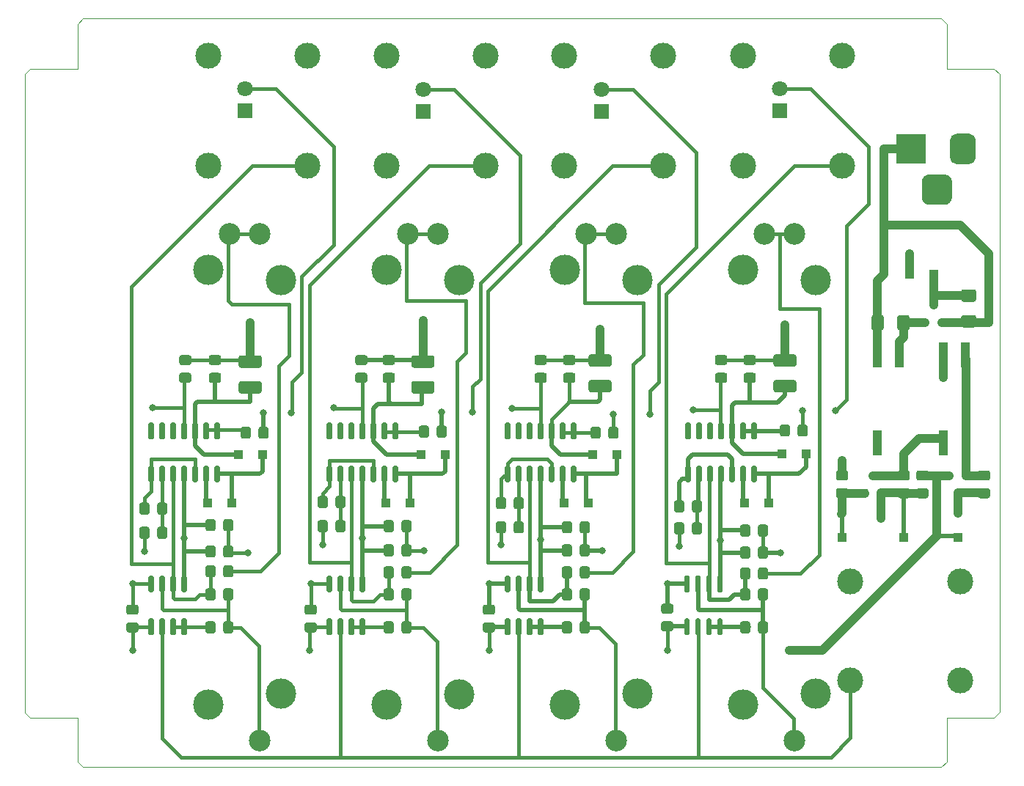
<source format=gbr>
%TF.GenerationSoftware,KiCad,Pcbnew,5.1.6-c6e7f7d~87~ubuntu18.04.1*%
%TF.CreationDate,2020-09-13T23:59:10+01:00*%
%TF.ProjectId,ActiveSplitterPedal_SOIC14,41637469-7665-4537-906c-697474657250,rev?*%
%TF.SameCoordinates,Original*%
%TF.FileFunction,Copper,L2,Bot*%
%TF.FilePolarity,Positive*%
%FSLAX46Y46*%
G04 Gerber Fmt 4.6, Leading zero omitted, Abs format (unit mm)*
G04 Created by KiCad (PCBNEW 5.1.6-c6e7f7d~87~ubuntu18.04.1) date 2020-09-13 23:59:10*
%MOMM*%
%LPD*%
G01*
G04 APERTURE LIST*
%TA.AperFunction,Profile*%
%ADD10C,0.050000*%
%TD*%
%TA.AperFunction,SMDPad,CuDef*%
%ADD11R,1.000000X1.000000*%
%TD*%
%TA.AperFunction,SMDPad,CuDef*%
%ADD12R,1.100000X1.100000*%
%TD*%
%TA.AperFunction,SMDPad,CuDef*%
%ADD13R,1.000000X3.000000*%
%TD*%
%TA.AperFunction,ComponentPad*%
%ADD14C,2.500000*%
%TD*%
%TA.AperFunction,ComponentPad*%
%ADD15C,3.500000*%
%TD*%
%TA.AperFunction,SMDPad,CuDef*%
%ADD16R,0.800000X0.900000*%
%TD*%
%TA.AperFunction,ComponentPad*%
%ADD17C,1.800000*%
%TD*%
%TA.AperFunction,ComponentPad*%
%ADD18R,1.800000X1.800000*%
%TD*%
%TA.AperFunction,ComponentPad*%
%ADD19C,3.000000*%
%TD*%
%TA.AperFunction,ComponentPad*%
%ADD20R,3.500000X3.500000*%
%TD*%
%TA.AperFunction,ViaPad*%
%ADD21C,0.800000*%
%TD*%
%TA.AperFunction,Conductor*%
%ADD22C,1.000000*%
%TD*%
%TA.AperFunction,Conductor*%
%ADD23C,0.500000*%
%TD*%
%TA.AperFunction,Conductor*%
%ADD24C,0.400000*%
%TD*%
G04 APERTURE END LIST*
D10*
X186309000Y-130429000D02*
X185674000Y-131064000D01*
X186309000Y-125349000D02*
X186309000Y-130429000D01*
X191770000Y-125349000D02*
X186309000Y-125349000D01*
X192405000Y-124714000D02*
X191770000Y-125349000D01*
X192405000Y-51054000D02*
X192405000Y-124714000D01*
X191770000Y-50419000D02*
X192405000Y-51054000D01*
X186309000Y-50419000D02*
X191770000Y-50419000D01*
X186309000Y-45275500D02*
X186309000Y-50419000D01*
X185674000Y-44640500D02*
X186309000Y-45275500D01*
X86614000Y-44640500D02*
X185674000Y-44640500D01*
X85979000Y-45275500D02*
X86614000Y-44640500D01*
X85979000Y-50419000D02*
X85979000Y-45275500D01*
X80518000Y-50419000D02*
X85979000Y-50419000D01*
X79883000Y-51054000D02*
X80518000Y-50419000D01*
X79883000Y-124777500D02*
X79883000Y-51054000D01*
X80518000Y-125412500D02*
X79883000Y-124777500D01*
X85979000Y-125412500D02*
X80518000Y-125412500D01*
X85979000Y-130429000D02*
X85979000Y-125412500D01*
X86614000Y-131064000D02*
X85979000Y-130429000D01*
X185674000Y-131064000D02*
X86614000Y-131064000D01*
D11*
%TO.P,TP3,1*%
%TO.N,-3V3*%
X187579000Y-104521000D03*
%TD*%
%TO.P,TP2,1*%
%TO.N,VCOM*%
X181356000Y-104521000D03*
%TD*%
%TO.P,TP1,1*%
%TO.N,+3V3*%
X174244000Y-104521000D03*
%TD*%
%TO.P,U12,14*%
%TO.N,Net-(R21-Pad2)*%
%TA.AperFunction,SMDPad,CuDef*%
G36*
G01*
X102258000Y-93242000D02*
X101958000Y-93242000D01*
G75*
G02*
X101808000Y-93092000I0J150000D01*
G01*
X101808000Y-91442000D01*
G75*
G02*
X101958000Y-91292000I150000J0D01*
G01*
X102258000Y-91292000D01*
G75*
G02*
X102408000Y-91442000I0J-150000D01*
G01*
X102408000Y-93092000D01*
G75*
G02*
X102258000Y-93242000I-150000J0D01*
G01*
G37*
%TD.AperFunction*%
%TO.P,U12,13*%
%TA.AperFunction,SMDPad,CuDef*%
G36*
G01*
X100988000Y-93242000D02*
X100688000Y-93242000D01*
G75*
G02*
X100538000Y-93092000I0J150000D01*
G01*
X100538000Y-91442000D01*
G75*
G02*
X100688000Y-91292000I150000J0D01*
G01*
X100988000Y-91292000D01*
G75*
G02*
X101138000Y-91442000I0J-150000D01*
G01*
X101138000Y-93092000D01*
G75*
G02*
X100988000Y-93242000I-150000J0D01*
G01*
G37*
%TD.AperFunction*%
%TO.P,U12,12*%
%TO.N,Net-(C39-Pad1)*%
%TA.AperFunction,SMDPad,CuDef*%
G36*
G01*
X99718000Y-93242000D02*
X99418000Y-93242000D01*
G75*
G02*
X99268000Y-93092000I0J150000D01*
G01*
X99268000Y-91442000D01*
G75*
G02*
X99418000Y-91292000I150000J0D01*
G01*
X99718000Y-91292000D01*
G75*
G02*
X99868000Y-91442000I0J-150000D01*
G01*
X99868000Y-93092000D01*
G75*
G02*
X99718000Y-93242000I-150000J0D01*
G01*
G37*
%TD.AperFunction*%
%TO.P,U12,11*%
%TO.N,-3V3*%
%TA.AperFunction,SMDPad,CuDef*%
G36*
G01*
X98448000Y-93242000D02*
X98148000Y-93242000D01*
G75*
G02*
X97998000Y-93092000I0J150000D01*
G01*
X97998000Y-91442000D01*
G75*
G02*
X98148000Y-91292000I150000J0D01*
G01*
X98448000Y-91292000D01*
G75*
G02*
X98598000Y-91442000I0J-150000D01*
G01*
X98598000Y-93092000D01*
G75*
G02*
X98448000Y-93242000I-150000J0D01*
G01*
G37*
%TD.AperFunction*%
%TO.P,U12,10*%
%TO.N,Net-(U12-Pad10)*%
%TA.AperFunction,SMDPad,CuDef*%
G36*
G01*
X97178000Y-93242000D02*
X96878000Y-93242000D01*
G75*
G02*
X96728000Y-93092000I0J150000D01*
G01*
X96728000Y-91442000D01*
G75*
G02*
X96878000Y-91292000I150000J0D01*
G01*
X97178000Y-91292000D01*
G75*
G02*
X97328000Y-91442000I0J-150000D01*
G01*
X97328000Y-93092000D01*
G75*
G02*
X97178000Y-93242000I-150000J0D01*
G01*
G37*
%TD.AperFunction*%
%TO.P,U12,9*%
%TO.N,Net-(U12-Pad9)*%
%TA.AperFunction,SMDPad,CuDef*%
G36*
G01*
X95908000Y-93242000D02*
X95608000Y-93242000D01*
G75*
G02*
X95458000Y-93092000I0J150000D01*
G01*
X95458000Y-91442000D01*
G75*
G02*
X95608000Y-91292000I150000J0D01*
G01*
X95908000Y-91292000D01*
G75*
G02*
X96058000Y-91442000I0J-150000D01*
G01*
X96058000Y-93092000D01*
G75*
G02*
X95908000Y-93242000I-150000J0D01*
G01*
G37*
%TD.AperFunction*%
%TO.P,U12,8*%
%TO.N,Net-(U12-Pad8)*%
%TA.AperFunction,SMDPad,CuDef*%
G36*
G01*
X94638000Y-93242000D02*
X94338000Y-93242000D01*
G75*
G02*
X94188000Y-93092000I0J150000D01*
G01*
X94188000Y-91442000D01*
G75*
G02*
X94338000Y-91292000I150000J0D01*
G01*
X94638000Y-91292000D01*
G75*
G02*
X94788000Y-91442000I0J-150000D01*
G01*
X94788000Y-93092000D01*
G75*
G02*
X94638000Y-93242000I-150000J0D01*
G01*
G37*
%TD.AperFunction*%
%TO.P,U12,7*%
%TO.N,Net-(R20-Pad2)*%
%TA.AperFunction,SMDPad,CuDef*%
G36*
G01*
X94638000Y-98192000D02*
X94338000Y-98192000D01*
G75*
G02*
X94188000Y-98042000I0J150000D01*
G01*
X94188000Y-96392000D01*
G75*
G02*
X94338000Y-96242000I150000J0D01*
G01*
X94638000Y-96242000D01*
G75*
G02*
X94788000Y-96392000I0J-150000D01*
G01*
X94788000Y-98042000D01*
G75*
G02*
X94638000Y-98192000I-150000J0D01*
G01*
G37*
%TD.AperFunction*%
%TO.P,U12,6*%
%TO.N,Net-(R19-Pad2)*%
%TA.AperFunction,SMDPad,CuDef*%
G36*
G01*
X95908000Y-98192000D02*
X95608000Y-98192000D01*
G75*
G02*
X95458000Y-98042000I0J150000D01*
G01*
X95458000Y-96392000D01*
G75*
G02*
X95608000Y-96242000I150000J0D01*
G01*
X95908000Y-96242000D01*
G75*
G02*
X96058000Y-96392000I0J-150000D01*
G01*
X96058000Y-98042000D01*
G75*
G02*
X95908000Y-98192000I-150000J0D01*
G01*
G37*
%TD.AperFunction*%
%TO.P,U12,5*%
%TO.N,/sheet5F6AEF15/SIGNAL_INPUT*%
%TA.AperFunction,SMDPad,CuDef*%
G36*
G01*
X97178000Y-98192000D02*
X96878000Y-98192000D01*
G75*
G02*
X96728000Y-98042000I0J150000D01*
G01*
X96728000Y-96392000D01*
G75*
G02*
X96878000Y-96242000I150000J0D01*
G01*
X97178000Y-96242000D01*
G75*
G02*
X97328000Y-96392000I0J-150000D01*
G01*
X97328000Y-98042000D01*
G75*
G02*
X97178000Y-98192000I-150000J0D01*
G01*
G37*
%TD.AperFunction*%
%TO.P,U12,4*%
%TO.N,+3V3*%
%TA.AperFunction,SMDPad,CuDef*%
G36*
G01*
X98448000Y-98192000D02*
X98148000Y-98192000D01*
G75*
G02*
X97998000Y-98042000I0J150000D01*
G01*
X97998000Y-96392000D01*
G75*
G02*
X98148000Y-96242000I150000J0D01*
G01*
X98448000Y-96242000D01*
G75*
G02*
X98598000Y-96392000I0J-150000D01*
G01*
X98598000Y-98042000D01*
G75*
G02*
X98448000Y-98192000I-150000J0D01*
G01*
G37*
%TD.AperFunction*%
%TO.P,U12,3*%
%TO.N,Net-(R20-Pad2)*%
%TA.AperFunction,SMDPad,CuDef*%
G36*
G01*
X99718000Y-98192000D02*
X99418000Y-98192000D01*
G75*
G02*
X99268000Y-98042000I0J150000D01*
G01*
X99268000Y-96392000D01*
G75*
G02*
X99418000Y-96242000I150000J0D01*
G01*
X99718000Y-96242000D01*
G75*
G02*
X99868000Y-96392000I0J-150000D01*
G01*
X99868000Y-98042000D01*
G75*
G02*
X99718000Y-98192000I-150000J0D01*
G01*
G37*
%TD.AperFunction*%
%TO.P,U12,2*%
%TO.N,Net-(D13-Pad2)*%
%TA.AperFunction,SMDPad,CuDef*%
G36*
G01*
X100988000Y-98192000D02*
X100688000Y-98192000D01*
G75*
G02*
X100538000Y-98042000I0J150000D01*
G01*
X100538000Y-96392000D01*
G75*
G02*
X100688000Y-96242000I150000J0D01*
G01*
X100988000Y-96242000D01*
G75*
G02*
X101138000Y-96392000I0J-150000D01*
G01*
X101138000Y-98042000D01*
G75*
G02*
X100988000Y-98192000I-150000J0D01*
G01*
G37*
%TD.AperFunction*%
%TO.P,U12,1*%
%TO.N,Net-(D13-Pad1)*%
%TA.AperFunction,SMDPad,CuDef*%
G36*
G01*
X102258000Y-98192000D02*
X101958000Y-98192000D01*
G75*
G02*
X101808000Y-98042000I0J150000D01*
G01*
X101808000Y-96392000D01*
G75*
G02*
X101958000Y-96242000I150000J0D01*
G01*
X102258000Y-96242000D01*
G75*
G02*
X102408000Y-96392000I0J-150000D01*
G01*
X102408000Y-98042000D01*
G75*
G02*
X102258000Y-98192000I-150000J0D01*
G01*
G37*
%TD.AperFunction*%
%TD*%
%TO.P,U9,14*%
%TO.N,Net-(R15-Pad2)*%
%TA.AperFunction,SMDPad,CuDef*%
G36*
G01*
X122832000Y-93242000D02*
X122532000Y-93242000D01*
G75*
G02*
X122382000Y-93092000I0J150000D01*
G01*
X122382000Y-91442000D01*
G75*
G02*
X122532000Y-91292000I150000J0D01*
G01*
X122832000Y-91292000D01*
G75*
G02*
X122982000Y-91442000I0J-150000D01*
G01*
X122982000Y-93092000D01*
G75*
G02*
X122832000Y-93242000I-150000J0D01*
G01*
G37*
%TD.AperFunction*%
%TO.P,U9,13*%
%TA.AperFunction,SMDPad,CuDef*%
G36*
G01*
X121562000Y-93242000D02*
X121262000Y-93242000D01*
G75*
G02*
X121112000Y-93092000I0J150000D01*
G01*
X121112000Y-91442000D01*
G75*
G02*
X121262000Y-91292000I150000J0D01*
G01*
X121562000Y-91292000D01*
G75*
G02*
X121712000Y-91442000I0J-150000D01*
G01*
X121712000Y-93092000D01*
G75*
G02*
X121562000Y-93242000I-150000J0D01*
G01*
G37*
%TD.AperFunction*%
%TO.P,U9,12*%
%TO.N,Net-(C28-Pad1)*%
%TA.AperFunction,SMDPad,CuDef*%
G36*
G01*
X120292000Y-93242000D02*
X119992000Y-93242000D01*
G75*
G02*
X119842000Y-93092000I0J150000D01*
G01*
X119842000Y-91442000D01*
G75*
G02*
X119992000Y-91292000I150000J0D01*
G01*
X120292000Y-91292000D01*
G75*
G02*
X120442000Y-91442000I0J-150000D01*
G01*
X120442000Y-93092000D01*
G75*
G02*
X120292000Y-93242000I-150000J0D01*
G01*
G37*
%TD.AperFunction*%
%TO.P,U9,11*%
%TO.N,-3V3*%
%TA.AperFunction,SMDPad,CuDef*%
G36*
G01*
X119022000Y-93242000D02*
X118722000Y-93242000D01*
G75*
G02*
X118572000Y-93092000I0J150000D01*
G01*
X118572000Y-91442000D01*
G75*
G02*
X118722000Y-91292000I150000J0D01*
G01*
X119022000Y-91292000D01*
G75*
G02*
X119172000Y-91442000I0J-150000D01*
G01*
X119172000Y-93092000D01*
G75*
G02*
X119022000Y-93242000I-150000J0D01*
G01*
G37*
%TD.AperFunction*%
%TO.P,U9,10*%
%TO.N,Net-(U9-Pad10)*%
%TA.AperFunction,SMDPad,CuDef*%
G36*
G01*
X117752000Y-93242000D02*
X117452000Y-93242000D01*
G75*
G02*
X117302000Y-93092000I0J150000D01*
G01*
X117302000Y-91442000D01*
G75*
G02*
X117452000Y-91292000I150000J0D01*
G01*
X117752000Y-91292000D01*
G75*
G02*
X117902000Y-91442000I0J-150000D01*
G01*
X117902000Y-93092000D01*
G75*
G02*
X117752000Y-93242000I-150000J0D01*
G01*
G37*
%TD.AperFunction*%
%TO.P,U9,9*%
%TO.N,Net-(U9-Pad9)*%
%TA.AperFunction,SMDPad,CuDef*%
G36*
G01*
X116482000Y-93242000D02*
X116182000Y-93242000D01*
G75*
G02*
X116032000Y-93092000I0J150000D01*
G01*
X116032000Y-91442000D01*
G75*
G02*
X116182000Y-91292000I150000J0D01*
G01*
X116482000Y-91292000D01*
G75*
G02*
X116632000Y-91442000I0J-150000D01*
G01*
X116632000Y-93092000D01*
G75*
G02*
X116482000Y-93242000I-150000J0D01*
G01*
G37*
%TD.AperFunction*%
%TO.P,U9,8*%
%TO.N,Net-(U9-Pad8)*%
%TA.AperFunction,SMDPad,CuDef*%
G36*
G01*
X115212000Y-93242000D02*
X114912000Y-93242000D01*
G75*
G02*
X114762000Y-93092000I0J150000D01*
G01*
X114762000Y-91442000D01*
G75*
G02*
X114912000Y-91292000I150000J0D01*
G01*
X115212000Y-91292000D01*
G75*
G02*
X115362000Y-91442000I0J-150000D01*
G01*
X115362000Y-93092000D01*
G75*
G02*
X115212000Y-93242000I-150000J0D01*
G01*
G37*
%TD.AperFunction*%
%TO.P,U9,7*%
%TO.N,Net-(R14-Pad2)*%
%TA.AperFunction,SMDPad,CuDef*%
G36*
G01*
X115212000Y-98192000D02*
X114912000Y-98192000D01*
G75*
G02*
X114762000Y-98042000I0J150000D01*
G01*
X114762000Y-96392000D01*
G75*
G02*
X114912000Y-96242000I150000J0D01*
G01*
X115212000Y-96242000D01*
G75*
G02*
X115362000Y-96392000I0J-150000D01*
G01*
X115362000Y-98042000D01*
G75*
G02*
X115212000Y-98192000I-150000J0D01*
G01*
G37*
%TD.AperFunction*%
%TO.P,U9,6*%
%TO.N,Net-(R13-Pad2)*%
%TA.AperFunction,SMDPad,CuDef*%
G36*
G01*
X116482000Y-98192000D02*
X116182000Y-98192000D01*
G75*
G02*
X116032000Y-98042000I0J150000D01*
G01*
X116032000Y-96392000D01*
G75*
G02*
X116182000Y-96242000I150000J0D01*
G01*
X116482000Y-96242000D01*
G75*
G02*
X116632000Y-96392000I0J-150000D01*
G01*
X116632000Y-98042000D01*
G75*
G02*
X116482000Y-98192000I-150000J0D01*
G01*
G37*
%TD.AperFunction*%
%TO.P,U9,5*%
%TO.N,/sheet5F6A444D/SIGNAL_INPUT*%
%TA.AperFunction,SMDPad,CuDef*%
G36*
G01*
X117752000Y-98192000D02*
X117452000Y-98192000D01*
G75*
G02*
X117302000Y-98042000I0J150000D01*
G01*
X117302000Y-96392000D01*
G75*
G02*
X117452000Y-96242000I150000J0D01*
G01*
X117752000Y-96242000D01*
G75*
G02*
X117902000Y-96392000I0J-150000D01*
G01*
X117902000Y-98042000D01*
G75*
G02*
X117752000Y-98192000I-150000J0D01*
G01*
G37*
%TD.AperFunction*%
%TO.P,U9,4*%
%TO.N,+3V3*%
%TA.AperFunction,SMDPad,CuDef*%
G36*
G01*
X119022000Y-98192000D02*
X118722000Y-98192000D01*
G75*
G02*
X118572000Y-98042000I0J150000D01*
G01*
X118572000Y-96392000D01*
G75*
G02*
X118722000Y-96242000I150000J0D01*
G01*
X119022000Y-96242000D01*
G75*
G02*
X119172000Y-96392000I0J-150000D01*
G01*
X119172000Y-98042000D01*
G75*
G02*
X119022000Y-98192000I-150000J0D01*
G01*
G37*
%TD.AperFunction*%
%TO.P,U9,3*%
%TO.N,Net-(R14-Pad2)*%
%TA.AperFunction,SMDPad,CuDef*%
G36*
G01*
X120292000Y-98192000D02*
X119992000Y-98192000D01*
G75*
G02*
X119842000Y-98042000I0J150000D01*
G01*
X119842000Y-96392000D01*
G75*
G02*
X119992000Y-96242000I150000J0D01*
G01*
X120292000Y-96242000D01*
G75*
G02*
X120442000Y-96392000I0J-150000D01*
G01*
X120442000Y-98042000D01*
G75*
G02*
X120292000Y-98192000I-150000J0D01*
G01*
G37*
%TD.AperFunction*%
%TO.P,U9,2*%
%TO.N,Net-(D12-Pad2)*%
%TA.AperFunction,SMDPad,CuDef*%
G36*
G01*
X121562000Y-98192000D02*
X121262000Y-98192000D01*
G75*
G02*
X121112000Y-98042000I0J150000D01*
G01*
X121112000Y-96392000D01*
G75*
G02*
X121262000Y-96242000I150000J0D01*
G01*
X121562000Y-96242000D01*
G75*
G02*
X121712000Y-96392000I0J-150000D01*
G01*
X121712000Y-98042000D01*
G75*
G02*
X121562000Y-98192000I-150000J0D01*
G01*
G37*
%TD.AperFunction*%
%TO.P,U9,1*%
%TO.N,Net-(D12-Pad1)*%
%TA.AperFunction,SMDPad,CuDef*%
G36*
G01*
X122832000Y-98192000D02*
X122532000Y-98192000D01*
G75*
G02*
X122382000Y-98042000I0J150000D01*
G01*
X122382000Y-96392000D01*
G75*
G02*
X122532000Y-96242000I150000J0D01*
G01*
X122832000Y-96242000D01*
G75*
G02*
X122982000Y-96392000I0J-150000D01*
G01*
X122982000Y-98042000D01*
G75*
G02*
X122832000Y-98192000I-150000J0D01*
G01*
G37*
%TD.AperFunction*%
%TD*%
%TO.P,U6,14*%
%TO.N,Net-(R9-Pad2)*%
%TA.AperFunction,SMDPad,CuDef*%
G36*
G01*
X143406000Y-93242000D02*
X143106000Y-93242000D01*
G75*
G02*
X142956000Y-93092000I0J150000D01*
G01*
X142956000Y-91442000D01*
G75*
G02*
X143106000Y-91292000I150000J0D01*
G01*
X143406000Y-91292000D01*
G75*
G02*
X143556000Y-91442000I0J-150000D01*
G01*
X143556000Y-93092000D01*
G75*
G02*
X143406000Y-93242000I-150000J0D01*
G01*
G37*
%TD.AperFunction*%
%TO.P,U6,13*%
%TA.AperFunction,SMDPad,CuDef*%
G36*
G01*
X142136000Y-93242000D02*
X141836000Y-93242000D01*
G75*
G02*
X141686000Y-93092000I0J150000D01*
G01*
X141686000Y-91442000D01*
G75*
G02*
X141836000Y-91292000I150000J0D01*
G01*
X142136000Y-91292000D01*
G75*
G02*
X142286000Y-91442000I0J-150000D01*
G01*
X142286000Y-93092000D01*
G75*
G02*
X142136000Y-93242000I-150000J0D01*
G01*
G37*
%TD.AperFunction*%
%TO.P,U6,12*%
%TO.N,Net-(C17-Pad1)*%
%TA.AperFunction,SMDPad,CuDef*%
G36*
G01*
X140866000Y-93242000D02*
X140566000Y-93242000D01*
G75*
G02*
X140416000Y-93092000I0J150000D01*
G01*
X140416000Y-91442000D01*
G75*
G02*
X140566000Y-91292000I150000J0D01*
G01*
X140866000Y-91292000D01*
G75*
G02*
X141016000Y-91442000I0J-150000D01*
G01*
X141016000Y-93092000D01*
G75*
G02*
X140866000Y-93242000I-150000J0D01*
G01*
G37*
%TD.AperFunction*%
%TO.P,U6,11*%
%TO.N,-3V3*%
%TA.AperFunction,SMDPad,CuDef*%
G36*
G01*
X139596000Y-93242000D02*
X139296000Y-93242000D01*
G75*
G02*
X139146000Y-93092000I0J150000D01*
G01*
X139146000Y-91442000D01*
G75*
G02*
X139296000Y-91292000I150000J0D01*
G01*
X139596000Y-91292000D01*
G75*
G02*
X139746000Y-91442000I0J-150000D01*
G01*
X139746000Y-93092000D01*
G75*
G02*
X139596000Y-93242000I-150000J0D01*
G01*
G37*
%TD.AperFunction*%
%TO.P,U6,10*%
%TO.N,Net-(U6-Pad10)*%
%TA.AperFunction,SMDPad,CuDef*%
G36*
G01*
X138326000Y-93242000D02*
X138026000Y-93242000D01*
G75*
G02*
X137876000Y-93092000I0J150000D01*
G01*
X137876000Y-91442000D01*
G75*
G02*
X138026000Y-91292000I150000J0D01*
G01*
X138326000Y-91292000D01*
G75*
G02*
X138476000Y-91442000I0J-150000D01*
G01*
X138476000Y-93092000D01*
G75*
G02*
X138326000Y-93242000I-150000J0D01*
G01*
G37*
%TD.AperFunction*%
%TO.P,U6,9*%
%TO.N,Net-(U6-Pad9)*%
%TA.AperFunction,SMDPad,CuDef*%
G36*
G01*
X137056000Y-93242000D02*
X136756000Y-93242000D01*
G75*
G02*
X136606000Y-93092000I0J150000D01*
G01*
X136606000Y-91442000D01*
G75*
G02*
X136756000Y-91292000I150000J0D01*
G01*
X137056000Y-91292000D01*
G75*
G02*
X137206000Y-91442000I0J-150000D01*
G01*
X137206000Y-93092000D01*
G75*
G02*
X137056000Y-93242000I-150000J0D01*
G01*
G37*
%TD.AperFunction*%
%TO.P,U6,8*%
%TO.N,Net-(U6-Pad8)*%
%TA.AperFunction,SMDPad,CuDef*%
G36*
G01*
X135786000Y-93242000D02*
X135486000Y-93242000D01*
G75*
G02*
X135336000Y-93092000I0J150000D01*
G01*
X135336000Y-91442000D01*
G75*
G02*
X135486000Y-91292000I150000J0D01*
G01*
X135786000Y-91292000D01*
G75*
G02*
X135936000Y-91442000I0J-150000D01*
G01*
X135936000Y-93092000D01*
G75*
G02*
X135786000Y-93242000I-150000J0D01*
G01*
G37*
%TD.AperFunction*%
%TO.P,U6,7*%
%TO.N,Net-(R8-Pad2)*%
%TA.AperFunction,SMDPad,CuDef*%
G36*
G01*
X135786000Y-98192000D02*
X135486000Y-98192000D01*
G75*
G02*
X135336000Y-98042000I0J150000D01*
G01*
X135336000Y-96392000D01*
G75*
G02*
X135486000Y-96242000I150000J0D01*
G01*
X135786000Y-96242000D01*
G75*
G02*
X135936000Y-96392000I0J-150000D01*
G01*
X135936000Y-98042000D01*
G75*
G02*
X135786000Y-98192000I-150000J0D01*
G01*
G37*
%TD.AperFunction*%
%TO.P,U6,6*%
%TO.N,Net-(R7-Pad2)*%
%TA.AperFunction,SMDPad,CuDef*%
G36*
G01*
X137056000Y-98192000D02*
X136756000Y-98192000D01*
G75*
G02*
X136606000Y-98042000I0J150000D01*
G01*
X136606000Y-96392000D01*
G75*
G02*
X136756000Y-96242000I150000J0D01*
G01*
X137056000Y-96242000D01*
G75*
G02*
X137206000Y-96392000I0J-150000D01*
G01*
X137206000Y-98042000D01*
G75*
G02*
X137056000Y-98192000I-150000J0D01*
G01*
G37*
%TD.AperFunction*%
%TO.P,U6,5*%
%TO.N,/sheet5F6A30A3/SIGNAL_INPUT*%
%TA.AperFunction,SMDPad,CuDef*%
G36*
G01*
X138326000Y-98192000D02*
X138026000Y-98192000D01*
G75*
G02*
X137876000Y-98042000I0J150000D01*
G01*
X137876000Y-96392000D01*
G75*
G02*
X138026000Y-96242000I150000J0D01*
G01*
X138326000Y-96242000D01*
G75*
G02*
X138476000Y-96392000I0J-150000D01*
G01*
X138476000Y-98042000D01*
G75*
G02*
X138326000Y-98192000I-150000J0D01*
G01*
G37*
%TD.AperFunction*%
%TO.P,U6,4*%
%TO.N,+3V3*%
%TA.AperFunction,SMDPad,CuDef*%
G36*
G01*
X139596000Y-98192000D02*
X139296000Y-98192000D01*
G75*
G02*
X139146000Y-98042000I0J150000D01*
G01*
X139146000Y-96392000D01*
G75*
G02*
X139296000Y-96242000I150000J0D01*
G01*
X139596000Y-96242000D01*
G75*
G02*
X139746000Y-96392000I0J-150000D01*
G01*
X139746000Y-98042000D01*
G75*
G02*
X139596000Y-98192000I-150000J0D01*
G01*
G37*
%TD.AperFunction*%
%TO.P,U6,3*%
%TO.N,Net-(R8-Pad2)*%
%TA.AperFunction,SMDPad,CuDef*%
G36*
G01*
X140866000Y-98192000D02*
X140566000Y-98192000D01*
G75*
G02*
X140416000Y-98042000I0J150000D01*
G01*
X140416000Y-96392000D01*
G75*
G02*
X140566000Y-96242000I150000J0D01*
G01*
X140866000Y-96242000D01*
G75*
G02*
X141016000Y-96392000I0J-150000D01*
G01*
X141016000Y-98042000D01*
G75*
G02*
X140866000Y-98192000I-150000J0D01*
G01*
G37*
%TD.AperFunction*%
%TO.P,U6,2*%
%TO.N,Net-(D11-Pad2)*%
%TA.AperFunction,SMDPad,CuDef*%
G36*
G01*
X142136000Y-98192000D02*
X141836000Y-98192000D01*
G75*
G02*
X141686000Y-98042000I0J150000D01*
G01*
X141686000Y-96392000D01*
G75*
G02*
X141836000Y-96242000I150000J0D01*
G01*
X142136000Y-96242000D01*
G75*
G02*
X142286000Y-96392000I0J-150000D01*
G01*
X142286000Y-98042000D01*
G75*
G02*
X142136000Y-98192000I-150000J0D01*
G01*
G37*
%TD.AperFunction*%
%TO.P,U6,1*%
%TO.N,Net-(D11-Pad1)*%
%TA.AperFunction,SMDPad,CuDef*%
G36*
G01*
X143406000Y-98192000D02*
X143106000Y-98192000D01*
G75*
G02*
X142956000Y-98042000I0J150000D01*
G01*
X142956000Y-96392000D01*
G75*
G02*
X143106000Y-96242000I150000J0D01*
G01*
X143406000Y-96242000D01*
G75*
G02*
X143556000Y-96392000I0J-150000D01*
G01*
X143556000Y-98042000D01*
G75*
G02*
X143406000Y-98192000I-150000J0D01*
G01*
G37*
%TD.AperFunction*%
%TD*%
%TO.P,U3,14*%
%TO.N,Net-(R3-Pad2)*%
%TA.AperFunction,SMDPad,CuDef*%
G36*
G01*
X164234000Y-93242000D02*
X163934000Y-93242000D01*
G75*
G02*
X163784000Y-93092000I0J150000D01*
G01*
X163784000Y-91442000D01*
G75*
G02*
X163934000Y-91292000I150000J0D01*
G01*
X164234000Y-91292000D01*
G75*
G02*
X164384000Y-91442000I0J-150000D01*
G01*
X164384000Y-93092000D01*
G75*
G02*
X164234000Y-93242000I-150000J0D01*
G01*
G37*
%TD.AperFunction*%
%TO.P,U3,13*%
%TA.AperFunction,SMDPad,CuDef*%
G36*
G01*
X162964000Y-93242000D02*
X162664000Y-93242000D01*
G75*
G02*
X162514000Y-93092000I0J150000D01*
G01*
X162514000Y-91442000D01*
G75*
G02*
X162664000Y-91292000I150000J0D01*
G01*
X162964000Y-91292000D01*
G75*
G02*
X163114000Y-91442000I0J-150000D01*
G01*
X163114000Y-93092000D01*
G75*
G02*
X162964000Y-93242000I-150000J0D01*
G01*
G37*
%TD.AperFunction*%
%TO.P,U3,12*%
%TO.N,Net-(C6-Pad1)*%
%TA.AperFunction,SMDPad,CuDef*%
G36*
G01*
X161694000Y-93242000D02*
X161394000Y-93242000D01*
G75*
G02*
X161244000Y-93092000I0J150000D01*
G01*
X161244000Y-91442000D01*
G75*
G02*
X161394000Y-91292000I150000J0D01*
G01*
X161694000Y-91292000D01*
G75*
G02*
X161844000Y-91442000I0J-150000D01*
G01*
X161844000Y-93092000D01*
G75*
G02*
X161694000Y-93242000I-150000J0D01*
G01*
G37*
%TD.AperFunction*%
%TO.P,U3,11*%
%TO.N,-3V3*%
%TA.AperFunction,SMDPad,CuDef*%
G36*
G01*
X160424000Y-93242000D02*
X160124000Y-93242000D01*
G75*
G02*
X159974000Y-93092000I0J150000D01*
G01*
X159974000Y-91442000D01*
G75*
G02*
X160124000Y-91292000I150000J0D01*
G01*
X160424000Y-91292000D01*
G75*
G02*
X160574000Y-91442000I0J-150000D01*
G01*
X160574000Y-93092000D01*
G75*
G02*
X160424000Y-93242000I-150000J0D01*
G01*
G37*
%TD.AperFunction*%
%TO.P,U3,10*%
%TO.N,Net-(U3-Pad10)*%
%TA.AperFunction,SMDPad,CuDef*%
G36*
G01*
X159154000Y-93242000D02*
X158854000Y-93242000D01*
G75*
G02*
X158704000Y-93092000I0J150000D01*
G01*
X158704000Y-91442000D01*
G75*
G02*
X158854000Y-91292000I150000J0D01*
G01*
X159154000Y-91292000D01*
G75*
G02*
X159304000Y-91442000I0J-150000D01*
G01*
X159304000Y-93092000D01*
G75*
G02*
X159154000Y-93242000I-150000J0D01*
G01*
G37*
%TD.AperFunction*%
%TO.P,U3,9*%
%TO.N,Net-(U3-Pad9)*%
%TA.AperFunction,SMDPad,CuDef*%
G36*
G01*
X157884000Y-93242000D02*
X157584000Y-93242000D01*
G75*
G02*
X157434000Y-93092000I0J150000D01*
G01*
X157434000Y-91442000D01*
G75*
G02*
X157584000Y-91292000I150000J0D01*
G01*
X157884000Y-91292000D01*
G75*
G02*
X158034000Y-91442000I0J-150000D01*
G01*
X158034000Y-93092000D01*
G75*
G02*
X157884000Y-93242000I-150000J0D01*
G01*
G37*
%TD.AperFunction*%
%TO.P,U3,8*%
%TO.N,Net-(U3-Pad8)*%
%TA.AperFunction,SMDPad,CuDef*%
G36*
G01*
X156614000Y-93242000D02*
X156314000Y-93242000D01*
G75*
G02*
X156164000Y-93092000I0J150000D01*
G01*
X156164000Y-91442000D01*
G75*
G02*
X156314000Y-91292000I150000J0D01*
G01*
X156614000Y-91292000D01*
G75*
G02*
X156764000Y-91442000I0J-150000D01*
G01*
X156764000Y-93092000D01*
G75*
G02*
X156614000Y-93242000I-150000J0D01*
G01*
G37*
%TD.AperFunction*%
%TO.P,U3,7*%
%TO.N,Net-(R2-Pad2)*%
%TA.AperFunction,SMDPad,CuDef*%
G36*
G01*
X156614000Y-98192000D02*
X156314000Y-98192000D01*
G75*
G02*
X156164000Y-98042000I0J150000D01*
G01*
X156164000Y-96392000D01*
G75*
G02*
X156314000Y-96242000I150000J0D01*
G01*
X156614000Y-96242000D01*
G75*
G02*
X156764000Y-96392000I0J-150000D01*
G01*
X156764000Y-98042000D01*
G75*
G02*
X156614000Y-98192000I-150000J0D01*
G01*
G37*
%TD.AperFunction*%
%TO.P,U3,6*%
%TO.N,Net-(R1-Pad2)*%
%TA.AperFunction,SMDPad,CuDef*%
G36*
G01*
X157884000Y-98192000D02*
X157584000Y-98192000D01*
G75*
G02*
X157434000Y-98042000I0J150000D01*
G01*
X157434000Y-96392000D01*
G75*
G02*
X157584000Y-96242000I150000J0D01*
G01*
X157884000Y-96242000D01*
G75*
G02*
X158034000Y-96392000I0J-150000D01*
G01*
X158034000Y-98042000D01*
G75*
G02*
X157884000Y-98192000I-150000J0D01*
G01*
G37*
%TD.AperFunction*%
%TO.P,U3,5*%
%TO.N,/PeakDetector1/SIGNAL_INPUT*%
%TA.AperFunction,SMDPad,CuDef*%
G36*
G01*
X159154000Y-98192000D02*
X158854000Y-98192000D01*
G75*
G02*
X158704000Y-98042000I0J150000D01*
G01*
X158704000Y-96392000D01*
G75*
G02*
X158854000Y-96242000I150000J0D01*
G01*
X159154000Y-96242000D01*
G75*
G02*
X159304000Y-96392000I0J-150000D01*
G01*
X159304000Y-98042000D01*
G75*
G02*
X159154000Y-98192000I-150000J0D01*
G01*
G37*
%TD.AperFunction*%
%TO.P,U3,4*%
%TO.N,+3V3*%
%TA.AperFunction,SMDPad,CuDef*%
G36*
G01*
X160424000Y-98192000D02*
X160124000Y-98192000D01*
G75*
G02*
X159974000Y-98042000I0J150000D01*
G01*
X159974000Y-96392000D01*
G75*
G02*
X160124000Y-96242000I150000J0D01*
G01*
X160424000Y-96242000D01*
G75*
G02*
X160574000Y-96392000I0J-150000D01*
G01*
X160574000Y-98042000D01*
G75*
G02*
X160424000Y-98192000I-150000J0D01*
G01*
G37*
%TD.AperFunction*%
%TO.P,U3,3*%
%TO.N,Net-(R2-Pad2)*%
%TA.AperFunction,SMDPad,CuDef*%
G36*
G01*
X161694000Y-98192000D02*
X161394000Y-98192000D01*
G75*
G02*
X161244000Y-98042000I0J150000D01*
G01*
X161244000Y-96392000D01*
G75*
G02*
X161394000Y-96242000I150000J0D01*
G01*
X161694000Y-96242000D01*
G75*
G02*
X161844000Y-96392000I0J-150000D01*
G01*
X161844000Y-98042000D01*
G75*
G02*
X161694000Y-98192000I-150000J0D01*
G01*
G37*
%TD.AperFunction*%
%TO.P,U3,2*%
%TO.N,Net-(D10-Pad2)*%
%TA.AperFunction,SMDPad,CuDef*%
G36*
G01*
X162964000Y-98192000D02*
X162664000Y-98192000D01*
G75*
G02*
X162514000Y-98042000I0J150000D01*
G01*
X162514000Y-96392000D01*
G75*
G02*
X162664000Y-96242000I150000J0D01*
G01*
X162964000Y-96242000D01*
G75*
G02*
X163114000Y-96392000I0J-150000D01*
G01*
X163114000Y-98042000D01*
G75*
G02*
X162964000Y-98192000I-150000J0D01*
G01*
G37*
%TD.AperFunction*%
%TO.P,U3,1*%
%TO.N,Net-(D1-Pad2)*%
%TA.AperFunction,SMDPad,CuDef*%
G36*
G01*
X164234000Y-98192000D02*
X163934000Y-98192000D01*
G75*
G02*
X163784000Y-98042000I0J150000D01*
G01*
X163784000Y-96392000D01*
G75*
G02*
X163934000Y-96242000I150000J0D01*
G01*
X164234000Y-96242000D01*
G75*
G02*
X164384000Y-96392000I0J-150000D01*
G01*
X164384000Y-98042000D01*
G75*
G02*
X164234000Y-98192000I-150000J0D01*
G01*
G37*
%TD.AperFunction*%
%TD*%
%TO.P,R22,2*%
%TO.N,Net-(C39-Pad1)*%
%TA.AperFunction,SMDPad,CuDef*%
G36*
G01*
X101403999Y-85540000D02*
X102304001Y-85540000D01*
G75*
G02*
X102554000Y-85789999I0J-249999D01*
G01*
X102554000Y-86440001D01*
G75*
G02*
X102304001Y-86690000I-249999J0D01*
G01*
X101403999Y-86690000D01*
G75*
G02*
X101154000Y-86440001I0J249999D01*
G01*
X101154000Y-85789999D01*
G75*
G02*
X101403999Y-85540000I249999J0D01*
G01*
G37*
%TD.AperFunction*%
%TO.P,R22,1*%
%TO.N,VCOM*%
%TA.AperFunction,SMDPad,CuDef*%
G36*
G01*
X101403999Y-83490000D02*
X102304001Y-83490000D01*
G75*
G02*
X102554000Y-83739999I0J-249999D01*
G01*
X102554000Y-84390001D01*
G75*
G02*
X102304001Y-84640000I-249999J0D01*
G01*
X101403999Y-84640000D01*
G75*
G02*
X101154000Y-84390001I0J249999D01*
G01*
X101154000Y-83739999D01*
G75*
G02*
X101403999Y-83490000I249999J0D01*
G01*
G37*
%TD.AperFunction*%
%TD*%
%TO.P,R16,2*%
%TO.N,Net-(C28-Pad1)*%
%TA.AperFunction,SMDPad,CuDef*%
G36*
G01*
X121469999Y-85540000D02*
X122370001Y-85540000D01*
G75*
G02*
X122620000Y-85789999I0J-249999D01*
G01*
X122620000Y-86440001D01*
G75*
G02*
X122370001Y-86690000I-249999J0D01*
G01*
X121469999Y-86690000D01*
G75*
G02*
X121220000Y-86440001I0J249999D01*
G01*
X121220000Y-85789999D01*
G75*
G02*
X121469999Y-85540000I249999J0D01*
G01*
G37*
%TD.AperFunction*%
%TO.P,R16,1*%
%TO.N,VCOM*%
%TA.AperFunction,SMDPad,CuDef*%
G36*
G01*
X121469999Y-83490000D02*
X122370001Y-83490000D01*
G75*
G02*
X122620000Y-83739999I0J-249999D01*
G01*
X122620000Y-84390001D01*
G75*
G02*
X122370001Y-84640000I-249999J0D01*
G01*
X121469999Y-84640000D01*
G75*
G02*
X121220000Y-84390001I0J249999D01*
G01*
X121220000Y-83739999D01*
G75*
G02*
X121469999Y-83490000I249999J0D01*
G01*
G37*
%TD.AperFunction*%
%TD*%
%TO.P,R10,2*%
%TO.N,Net-(C17-Pad1)*%
%TA.AperFunction,SMDPad,CuDef*%
G36*
G01*
X142297999Y-85540000D02*
X143198001Y-85540000D01*
G75*
G02*
X143448000Y-85789999I0J-249999D01*
G01*
X143448000Y-86440001D01*
G75*
G02*
X143198001Y-86690000I-249999J0D01*
G01*
X142297999Y-86690000D01*
G75*
G02*
X142048000Y-86440001I0J249999D01*
G01*
X142048000Y-85789999D01*
G75*
G02*
X142297999Y-85540000I249999J0D01*
G01*
G37*
%TD.AperFunction*%
%TO.P,R10,1*%
%TO.N,VCOM*%
%TA.AperFunction,SMDPad,CuDef*%
G36*
G01*
X142297999Y-83490000D02*
X143198001Y-83490000D01*
G75*
G02*
X143448000Y-83739999I0J-249999D01*
G01*
X143448000Y-84390001D01*
G75*
G02*
X143198001Y-84640000I-249999J0D01*
G01*
X142297999Y-84640000D01*
G75*
G02*
X142048000Y-84390001I0J249999D01*
G01*
X142048000Y-83739999D01*
G75*
G02*
X142297999Y-83490000I249999J0D01*
G01*
G37*
%TD.AperFunction*%
%TD*%
%TO.P,R4,2*%
%TO.N,Net-(C6-Pad1)*%
%TA.AperFunction,SMDPad,CuDef*%
G36*
G01*
X163125999Y-85540000D02*
X164026001Y-85540000D01*
G75*
G02*
X164276000Y-85789999I0J-249999D01*
G01*
X164276000Y-86440001D01*
G75*
G02*
X164026001Y-86690000I-249999J0D01*
G01*
X163125999Y-86690000D01*
G75*
G02*
X162876000Y-86440001I0J249999D01*
G01*
X162876000Y-85789999D01*
G75*
G02*
X163125999Y-85540000I249999J0D01*
G01*
G37*
%TD.AperFunction*%
%TO.P,R4,1*%
%TO.N,VCOM*%
%TA.AperFunction,SMDPad,CuDef*%
G36*
G01*
X163125999Y-83490000D02*
X164026001Y-83490000D01*
G75*
G02*
X164276000Y-83739999I0J-249999D01*
G01*
X164276000Y-84390001D01*
G75*
G02*
X164026001Y-84640000I-249999J0D01*
G01*
X163125999Y-84640000D01*
G75*
G02*
X162876000Y-84390001I0J249999D01*
G01*
X162876000Y-83739999D01*
G75*
G02*
X163125999Y-83490000I249999J0D01*
G01*
G37*
%TD.AperFunction*%
%TD*%
D12*
%TO.P,D13,2*%
%TO.N,Net-(D13-Pad2)*%
X100962000Y-100584000D03*
%TO.P,D13,1*%
%TO.N,Net-(D13-Pad1)*%
X103762000Y-100584000D03*
%TD*%
%TO.P,D12,2*%
%TO.N,Net-(D12-Pad2)*%
X121536000Y-100584000D03*
%TO.P,D12,1*%
%TO.N,Net-(D12-Pad1)*%
X124336000Y-100584000D03*
%TD*%
%TO.P,D11,2*%
%TO.N,Net-(D11-Pad2)*%
X142110000Y-100584000D03*
%TO.P,D11,1*%
%TO.N,Net-(D11-Pad1)*%
X144910000Y-100584000D03*
%TD*%
%TO.P,D10,2*%
%TO.N,Net-(D10-Pad2)*%
X162938000Y-100584000D03*
%TO.P,D10,1*%
%TO.N,Net-(D1-Pad2)*%
X165738000Y-100584000D03*
%TD*%
%TO.P,C39,2*%
%TO.N,VCOM*%
%TA.AperFunction,SMDPad,CuDef*%
G36*
G01*
X106993000Y-84950000D02*
X104843000Y-84950000D01*
G75*
G02*
X104593000Y-84700000I0J250000D01*
G01*
X104593000Y-83775000D01*
G75*
G02*
X104843000Y-83525000I250000J0D01*
G01*
X106993000Y-83525000D01*
G75*
G02*
X107243000Y-83775000I0J-250000D01*
G01*
X107243000Y-84700000D01*
G75*
G02*
X106993000Y-84950000I-250000J0D01*
G01*
G37*
%TD.AperFunction*%
%TO.P,C39,1*%
%TO.N,Net-(C39-Pad1)*%
%TA.AperFunction,SMDPad,CuDef*%
G36*
G01*
X106993000Y-87925000D02*
X104843000Y-87925000D01*
G75*
G02*
X104593000Y-87675000I0J250000D01*
G01*
X104593000Y-86750000D01*
G75*
G02*
X104843000Y-86500000I250000J0D01*
G01*
X106993000Y-86500000D01*
G75*
G02*
X107243000Y-86750000I0J-250000D01*
G01*
X107243000Y-87675000D01*
G75*
G02*
X106993000Y-87925000I-250000J0D01*
G01*
G37*
%TD.AperFunction*%
%TD*%
%TO.P,C28,2*%
%TO.N,VCOM*%
%TA.AperFunction,SMDPad,CuDef*%
G36*
G01*
X126932000Y-84950000D02*
X124782000Y-84950000D01*
G75*
G02*
X124532000Y-84700000I0J250000D01*
G01*
X124532000Y-83775000D01*
G75*
G02*
X124782000Y-83525000I250000J0D01*
G01*
X126932000Y-83525000D01*
G75*
G02*
X127182000Y-83775000I0J-250000D01*
G01*
X127182000Y-84700000D01*
G75*
G02*
X126932000Y-84950000I-250000J0D01*
G01*
G37*
%TD.AperFunction*%
%TO.P,C28,1*%
%TO.N,Net-(C28-Pad1)*%
%TA.AperFunction,SMDPad,CuDef*%
G36*
G01*
X126932000Y-87925000D02*
X124782000Y-87925000D01*
G75*
G02*
X124532000Y-87675000I0J250000D01*
G01*
X124532000Y-86750000D01*
G75*
G02*
X124782000Y-86500000I250000J0D01*
G01*
X126932000Y-86500000D01*
G75*
G02*
X127182000Y-86750000I0J-250000D01*
G01*
X127182000Y-87675000D01*
G75*
G02*
X126932000Y-87925000I-250000J0D01*
G01*
G37*
%TD.AperFunction*%
%TD*%
%TO.P,C17,2*%
%TO.N,VCOM*%
%TA.AperFunction,SMDPad,CuDef*%
G36*
G01*
X147379000Y-84823000D02*
X145229000Y-84823000D01*
G75*
G02*
X144979000Y-84573000I0J250000D01*
G01*
X144979000Y-83648000D01*
G75*
G02*
X145229000Y-83398000I250000J0D01*
G01*
X147379000Y-83398000D01*
G75*
G02*
X147629000Y-83648000I0J-250000D01*
G01*
X147629000Y-84573000D01*
G75*
G02*
X147379000Y-84823000I-250000J0D01*
G01*
G37*
%TD.AperFunction*%
%TO.P,C17,1*%
%TO.N,Net-(C17-Pad1)*%
%TA.AperFunction,SMDPad,CuDef*%
G36*
G01*
X147379000Y-87798000D02*
X145229000Y-87798000D01*
G75*
G02*
X144979000Y-87548000I0J250000D01*
G01*
X144979000Y-86623000D01*
G75*
G02*
X145229000Y-86373000I250000J0D01*
G01*
X147379000Y-86373000D01*
G75*
G02*
X147629000Y-86623000I0J-250000D01*
G01*
X147629000Y-87548000D01*
G75*
G02*
X147379000Y-87798000I-250000J0D01*
G01*
G37*
%TD.AperFunction*%
%TD*%
%TO.P,C6,2*%
%TO.N,VCOM*%
%TA.AperFunction,SMDPad,CuDef*%
G36*
G01*
X168715000Y-84823000D02*
X166565000Y-84823000D01*
G75*
G02*
X166315000Y-84573000I0J250000D01*
G01*
X166315000Y-83648000D01*
G75*
G02*
X166565000Y-83398000I250000J0D01*
G01*
X168715000Y-83398000D01*
G75*
G02*
X168965000Y-83648000I0J-250000D01*
G01*
X168965000Y-84573000D01*
G75*
G02*
X168715000Y-84823000I-250000J0D01*
G01*
G37*
%TD.AperFunction*%
%TO.P,C6,1*%
%TO.N,Net-(C6-Pad1)*%
%TA.AperFunction,SMDPad,CuDef*%
G36*
G01*
X168715000Y-87798000D02*
X166565000Y-87798000D01*
G75*
G02*
X166315000Y-87548000I0J250000D01*
G01*
X166315000Y-86623000D01*
G75*
G02*
X166565000Y-86373000I250000J0D01*
G01*
X168715000Y-86373000D01*
G75*
G02*
X168965000Y-86623000I0J-250000D01*
G01*
X168965000Y-87548000D01*
G75*
G02*
X168715000Y-87798000I-250000J0D01*
G01*
G37*
%TD.AperFunction*%
%TD*%
%TO.P,D7,2*%
%TO.N,Net-(D13-Pad1)*%
X107318000Y-94996000D03*
%TO.P,D7,1*%
%TO.N,Net-(C39-Pad1)*%
X104518000Y-94996000D03*
%TD*%
%TO.P,D5,2*%
%TO.N,Net-(D12-Pad1)*%
X128400000Y-94996000D03*
%TO.P,D5,1*%
%TO.N,Net-(C28-Pad1)*%
X125600000Y-94996000D03*
%TD*%
%TO.P,D3,2*%
%TO.N,Net-(D11-Pad1)*%
X148212000Y-94996000D03*
%TO.P,D3,1*%
%TO.N,Net-(C17-Pad1)*%
X145412000Y-94996000D03*
%TD*%
%TO.P,D1,2*%
%TO.N,Net-(D1-Pad2)*%
X170056000Y-94869000D03*
%TO.P,D1,1*%
%TO.N,Net-(C6-Pad1)*%
X167256000Y-94869000D03*
%TD*%
D13*
%TO.P,U14,7*%
%TO.N,Net-(C3-Pad1)*%
X185928000Y-93599000D03*
%TO.P,U14,10*%
%TO.N,Net-(U14-Pad10)*%
X178308000Y-93599000D03*
%TO.P,U14,5*%
%TO.N,Net-(C48-Pad2)*%
X188468000Y-83439000D03*
%TO.P,U14,4*%
%TO.N,VCOM*%
X185928000Y-83439000D03*
%TO.P,U14,2*%
%TO.N,/PowerSupply/+5V_REG*%
X180848000Y-83439000D03*
%TO.P,U14,1*%
%TO.N,GNDS*%
X178308000Y-83439000D03*
%TD*%
D14*
%TO.P,RV1,1*%
%TO.N,Net-(R6-Pad2)*%
X168757600Y-69469000D03*
%TO.P,RV1,2*%
X165252400Y-69469000D03*
%TO.P,RV1,3*%
%TO.N,Net-(C14-Pad2)*%
X168757600Y-127965200D03*
D15*
%TO.P,RV1,*%
%TO.N,*%
X171196000Y-74803000D03*
X162839400Y-73609200D03*
X171196000Y-122605800D03*
X162814000Y-123825000D03*
%TD*%
D14*
%TO.P,RV2,1*%
%TO.N,Net-(R12-Pad2)*%
X148183600Y-69469000D03*
%TO.P,RV2,2*%
X144678400Y-69469000D03*
%TO.P,RV2,3*%
%TO.N,Net-(C25-Pad2)*%
X148183600Y-127965200D03*
D15*
%TO.P,RV2,*%
%TO.N,*%
X150622000Y-74803000D03*
X142265400Y-73609200D03*
X150622000Y-122605800D03*
X142240000Y-123825000D03*
%TD*%
D14*
%TO.P,RV3,1*%
%TO.N,Net-(R18-Pad2)*%
X127584200Y-69519800D03*
%TO.P,RV3,2*%
X124079000Y-69519800D03*
%TO.P,RV3,3*%
%TO.N,Net-(C36-Pad2)*%
X127584200Y-128016000D03*
D15*
%TO.P,RV3,*%
%TO.N,*%
X130022600Y-74853800D03*
X121666000Y-73660000D03*
X130022600Y-122656600D03*
X121640600Y-123875800D03*
%TD*%
D14*
%TO.P,RV4,1*%
%TO.N,Net-(R24-Pad2)*%
X107010200Y-69469000D03*
%TO.P,RV4,2*%
X103505000Y-69469000D03*
%TO.P,RV4,3*%
%TO.N,Net-(C47-Pad2)*%
X107010200Y-127965200D03*
D15*
%TO.P,RV4,*%
%TO.N,*%
X109448600Y-74803000D03*
X101092000Y-73609200D03*
X109448600Y-122605800D03*
X101066600Y-123825000D03*
%TD*%
D16*
%TO.P,U1,3*%
%TO.N,/PowerSupply/+9V_POL*%
X184785000Y-77740000D03*
%TO.P,U1,2*%
%TO.N,/PowerSupply/+5V_REG*%
X183835000Y-79740000D03*
%TO.P,U1,1*%
%TO.N,GNDS*%
X185735000Y-79740000D03*
%TD*%
%TO.P,C2,2*%
%TO.N,GNDS*%
%TA.AperFunction,SMDPad,CuDef*%
G36*
G01*
X179057000Y-79131000D02*
X179057000Y-80381000D01*
G75*
G02*
X178807000Y-80631000I-250000J0D01*
G01*
X177882000Y-80631000D01*
G75*
G02*
X177632000Y-80381000I0J250000D01*
G01*
X177632000Y-79131000D01*
G75*
G02*
X177882000Y-78881000I250000J0D01*
G01*
X178807000Y-78881000D01*
G75*
G02*
X179057000Y-79131000I0J-250000D01*
G01*
G37*
%TD.AperFunction*%
%TO.P,C2,1*%
%TO.N,/PowerSupply/+5V_REG*%
%TA.AperFunction,SMDPad,CuDef*%
G36*
G01*
X182032000Y-79131000D02*
X182032000Y-80381000D01*
G75*
G02*
X181782000Y-80631000I-250000J0D01*
G01*
X180857000Y-80631000D01*
G75*
G02*
X180607000Y-80381000I0J250000D01*
G01*
X180607000Y-79131000D01*
G75*
G02*
X180857000Y-78881000I250000J0D01*
G01*
X181782000Y-78881000D01*
G75*
G02*
X182032000Y-79131000I0J-250000D01*
G01*
G37*
%TD.AperFunction*%
%TD*%
%TO.P,C1,2*%
%TO.N,GNDS*%
%TA.AperFunction,SMDPad,CuDef*%
G36*
G01*
X188224000Y-78880000D02*
X189474000Y-78880000D01*
G75*
G02*
X189724000Y-79130000I0J-250000D01*
G01*
X189724000Y-80055000D01*
G75*
G02*
X189474000Y-80305000I-250000J0D01*
G01*
X188224000Y-80305000D01*
G75*
G02*
X187974000Y-80055000I0J250000D01*
G01*
X187974000Y-79130000D01*
G75*
G02*
X188224000Y-78880000I250000J0D01*
G01*
G37*
%TD.AperFunction*%
%TO.P,C1,1*%
%TO.N,/PowerSupply/+9V_POL*%
%TA.AperFunction,SMDPad,CuDef*%
G36*
G01*
X188224000Y-75905000D02*
X189474000Y-75905000D01*
G75*
G02*
X189724000Y-76155000I0J-250000D01*
G01*
X189724000Y-77080000D01*
G75*
G02*
X189474000Y-77330000I-250000J0D01*
G01*
X188224000Y-77330000D01*
G75*
G02*
X187974000Y-77080000I0J250000D01*
G01*
X187974000Y-76155000D01*
G75*
G02*
X188224000Y-75905000I250000J0D01*
G01*
G37*
%TD.AperFunction*%
%TD*%
%TO.P,U16,3*%
%TO.N,VCOM*%
X187579000Y-99425000D03*
%TO.P,U16,2*%
%TO.N,Net-(C48-Pad2)*%
X188529000Y-97425000D03*
%TO.P,U16,1*%
%TO.N,-3V3*%
X186629000Y-97425000D03*
%TD*%
%TO.P,U15,3*%
%TO.N,Net-(C3-Pad1)*%
X177800000Y-97425000D03*
%TO.P,U15,2*%
%TO.N,+3V3*%
X176850000Y-99425000D03*
%TO.P,U15,1*%
%TO.N,VCOM*%
X178750000Y-99425000D03*
%TD*%
%TO.P,C50,2*%
%TO.N,-3V3*%
%TA.AperFunction,SMDPad,CuDef*%
G36*
G01*
X183965001Y-97975000D02*
X183064999Y-97975000D01*
G75*
G02*
X182815000Y-97725001I0J249999D01*
G01*
X182815000Y-97074999D01*
G75*
G02*
X183064999Y-96825000I249999J0D01*
G01*
X183965001Y-96825000D01*
G75*
G02*
X184215000Y-97074999I0J-249999D01*
G01*
X184215000Y-97725001D01*
G75*
G02*
X183965001Y-97975000I-249999J0D01*
G01*
G37*
%TD.AperFunction*%
%TO.P,C50,1*%
%TO.N,VCOM*%
%TA.AperFunction,SMDPad,CuDef*%
G36*
G01*
X183965001Y-100025000D02*
X183064999Y-100025000D01*
G75*
G02*
X182815000Y-99775001I0J249999D01*
G01*
X182815000Y-99124999D01*
G75*
G02*
X183064999Y-98875000I249999J0D01*
G01*
X183965001Y-98875000D01*
G75*
G02*
X184215000Y-99124999I0J-249999D01*
G01*
X184215000Y-99775001D01*
G75*
G02*
X183965001Y-100025000I-249999J0D01*
G01*
G37*
%TD.AperFunction*%
%TD*%
%TO.P,C49,2*%
%TO.N,VCOM*%
%TA.AperFunction,SMDPad,CuDef*%
G36*
G01*
X174694001Y-97975000D02*
X173793999Y-97975000D01*
G75*
G02*
X173544000Y-97725001I0J249999D01*
G01*
X173544000Y-97074999D01*
G75*
G02*
X173793999Y-96825000I249999J0D01*
G01*
X174694001Y-96825000D01*
G75*
G02*
X174944000Y-97074999I0J-249999D01*
G01*
X174944000Y-97725001D01*
G75*
G02*
X174694001Y-97975000I-249999J0D01*
G01*
G37*
%TD.AperFunction*%
%TO.P,C49,1*%
%TO.N,+3V3*%
%TA.AperFunction,SMDPad,CuDef*%
G36*
G01*
X174694001Y-100025000D02*
X173793999Y-100025000D01*
G75*
G02*
X173544000Y-99775001I0J249999D01*
G01*
X173544000Y-99124999D01*
G75*
G02*
X173793999Y-98875000I249999J0D01*
G01*
X174694001Y-98875000D01*
G75*
G02*
X174944000Y-99124999I0J-249999D01*
G01*
X174944000Y-99775001D01*
G75*
G02*
X174694001Y-100025000I-249999J0D01*
G01*
G37*
%TD.AperFunction*%
%TD*%
%TO.P,C48,2*%
%TO.N,Net-(C48-Pad2)*%
%TA.AperFunction,SMDPad,CuDef*%
G36*
G01*
X191077001Y-97975000D02*
X190176999Y-97975000D01*
G75*
G02*
X189927000Y-97725001I0J249999D01*
G01*
X189927000Y-97074999D01*
G75*
G02*
X190176999Y-96825000I249999J0D01*
G01*
X191077001Y-96825000D01*
G75*
G02*
X191327000Y-97074999I0J-249999D01*
G01*
X191327000Y-97725001D01*
G75*
G02*
X191077001Y-97975000I-249999J0D01*
G01*
G37*
%TD.AperFunction*%
%TO.P,C48,1*%
%TO.N,VCOM*%
%TA.AperFunction,SMDPad,CuDef*%
G36*
G01*
X191077001Y-100025000D02*
X190176999Y-100025000D01*
G75*
G02*
X189927000Y-99775001I0J249999D01*
G01*
X189927000Y-99124999D01*
G75*
G02*
X190176999Y-98875000I249999J0D01*
G01*
X191077001Y-98875000D01*
G75*
G02*
X191327000Y-99124999I0J-249999D01*
G01*
X191327000Y-99775001D01*
G75*
G02*
X191077001Y-100025000I-249999J0D01*
G01*
G37*
%TD.AperFunction*%
%TD*%
%TO.P,C3,2*%
%TO.N,VCOM*%
%TA.AperFunction,SMDPad,CuDef*%
G36*
G01*
X180905999Y-98875000D02*
X181806001Y-98875000D01*
G75*
G02*
X182056000Y-99124999I0J-249999D01*
G01*
X182056000Y-99775001D01*
G75*
G02*
X181806001Y-100025000I-249999J0D01*
G01*
X180905999Y-100025000D01*
G75*
G02*
X180656000Y-99775001I0J249999D01*
G01*
X180656000Y-99124999D01*
G75*
G02*
X180905999Y-98875000I249999J0D01*
G01*
G37*
%TD.AperFunction*%
%TO.P,C3,1*%
%TO.N,Net-(C3-Pad1)*%
%TA.AperFunction,SMDPad,CuDef*%
G36*
G01*
X180905999Y-96825000D02*
X181806001Y-96825000D01*
G75*
G02*
X182056000Y-97074999I0J-249999D01*
G01*
X182056000Y-97725001D01*
G75*
G02*
X181806001Y-97975000I-249999J0D01*
G01*
X180905999Y-97975000D01*
G75*
G02*
X180656000Y-97725001I0J249999D01*
G01*
X180656000Y-97074999D01*
G75*
G02*
X180905999Y-96825000I249999J0D01*
G01*
G37*
%TD.AperFunction*%
%TD*%
D17*
%TO.P,D2,2*%
%TO.N,Net-(D2-Pad2)*%
X167005000Y-52705000D03*
D18*
%TO.P,D2,1*%
%TO.N,VCOM*%
X167005000Y-55245000D03*
%TD*%
%TO.P,U11,8*%
%TO.N,+3V3*%
%TA.AperFunction,SMDPad,CuDef*%
G36*
G01*
X98448000Y-110895000D02*
X98148000Y-110895000D01*
G75*
G02*
X97998000Y-110745000I0J150000D01*
G01*
X97998000Y-109095000D01*
G75*
G02*
X98148000Y-108945000I150000J0D01*
G01*
X98448000Y-108945000D01*
G75*
G02*
X98598000Y-109095000I0J-150000D01*
G01*
X98598000Y-110745000D01*
G75*
G02*
X98448000Y-110895000I-150000J0D01*
G01*
G37*
%TD.AperFunction*%
%TO.P,U11,7*%
%TO.N,/sheet5F6AEF15/SIGNAL_INPUT*%
%TA.AperFunction,SMDPad,CuDef*%
G36*
G01*
X97178000Y-110895000D02*
X96878000Y-110895000D01*
G75*
G02*
X96728000Y-110745000I0J150000D01*
G01*
X96728000Y-109095000D01*
G75*
G02*
X96878000Y-108945000I150000J0D01*
G01*
X97178000Y-108945000D01*
G75*
G02*
X97328000Y-109095000I0J-150000D01*
G01*
X97328000Y-110745000D01*
G75*
G02*
X97178000Y-110895000I-150000J0D01*
G01*
G37*
%TD.AperFunction*%
%TO.P,U11,6*%
%TO.N,Net-(C47-Pad2)*%
%TA.AperFunction,SMDPad,CuDef*%
G36*
G01*
X95908000Y-110895000D02*
X95608000Y-110895000D01*
G75*
G02*
X95458000Y-110745000I0J150000D01*
G01*
X95458000Y-109095000D01*
G75*
G02*
X95608000Y-108945000I150000J0D01*
G01*
X95908000Y-108945000D01*
G75*
G02*
X96058000Y-109095000I0J-150000D01*
G01*
X96058000Y-110745000D01*
G75*
G02*
X95908000Y-110895000I-150000J0D01*
G01*
G37*
%TD.AperFunction*%
%TO.P,U11,5*%
%TO.N,VCOM*%
%TA.AperFunction,SMDPad,CuDef*%
G36*
G01*
X94638000Y-110895000D02*
X94338000Y-110895000D01*
G75*
G02*
X94188000Y-110745000I0J150000D01*
G01*
X94188000Y-109095000D01*
G75*
G02*
X94338000Y-108945000I150000J0D01*
G01*
X94638000Y-108945000D01*
G75*
G02*
X94788000Y-109095000I0J-150000D01*
G01*
X94788000Y-110745000D01*
G75*
G02*
X94638000Y-110895000I-150000J0D01*
G01*
G37*
%TD.AperFunction*%
%TO.P,U11,4*%
%TO.N,-3V3*%
%TA.AperFunction,SMDPad,CuDef*%
G36*
G01*
X94638000Y-115845000D02*
X94338000Y-115845000D01*
G75*
G02*
X94188000Y-115695000I0J150000D01*
G01*
X94188000Y-114045000D01*
G75*
G02*
X94338000Y-113895000I150000J0D01*
G01*
X94638000Y-113895000D01*
G75*
G02*
X94788000Y-114045000I0J-150000D01*
G01*
X94788000Y-115695000D01*
G75*
G02*
X94638000Y-115845000I-150000J0D01*
G01*
G37*
%TD.AperFunction*%
%TO.P,U11,3*%
%TO.N,/InputBuffer1/SIGNAL_INPUT*%
%TA.AperFunction,SMDPad,CuDef*%
G36*
G01*
X95908000Y-115845000D02*
X95608000Y-115845000D01*
G75*
G02*
X95458000Y-115695000I0J150000D01*
G01*
X95458000Y-114045000D01*
G75*
G02*
X95608000Y-113895000I150000J0D01*
G01*
X95908000Y-113895000D01*
G75*
G02*
X96058000Y-114045000I0J-150000D01*
G01*
X96058000Y-115695000D01*
G75*
G02*
X95908000Y-115845000I-150000J0D01*
G01*
G37*
%TD.AperFunction*%
%TO.P,U11,2*%
%TO.N,Net-(R23-Pad2)*%
%TA.AperFunction,SMDPad,CuDef*%
G36*
G01*
X97178000Y-115845000D02*
X96878000Y-115845000D01*
G75*
G02*
X96728000Y-115695000I0J150000D01*
G01*
X96728000Y-114045000D01*
G75*
G02*
X96878000Y-113895000I150000J0D01*
G01*
X97178000Y-113895000D01*
G75*
G02*
X97328000Y-114045000I0J-150000D01*
G01*
X97328000Y-115695000D01*
G75*
G02*
X97178000Y-115845000I-150000J0D01*
G01*
G37*
%TD.AperFunction*%
%TO.P,U11,1*%
%TA.AperFunction,SMDPad,CuDef*%
G36*
G01*
X98448000Y-115845000D02*
X98148000Y-115845000D01*
G75*
G02*
X97998000Y-115695000I0J150000D01*
G01*
X97998000Y-114045000D01*
G75*
G02*
X98148000Y-113895000I150000J0D01*
G01*
X98448000Y-113895000D01*
G75*
G02*
X98598000Y-114045000I0J-150000D01*
G01*
X98598000Y-115695000D01*
G75*
G02*
X98448000Y-115845000I-150000J0D01*
G01*
G37*
%TD.AperFunction*%
%TD*%
%TO.P,U8,8*%
%TO.N,+3V3*%
%TA.AperFunction,SMDPad,CuDef*%
G36*
G01*
X119022000Y-110895000D02*
X118722000Y-110895000D01*
G75*
G02*
X118572000Y-110745000I0J150000D01*
G01*
X118572000Y-109095000D01*
G75*
G02*
X118722000Y-108945000I150000J0D01*
G01*
X119022000Y-108945000D01*
G75*
G02*
X119172000Y-109095000I0J-150000D01*
G01*
X119172000Y-110745000D01*
G75*
G02*
X119022000Y-110895000I-150000J0D01*
G01*
G37*
%TD.AperFunction*%
%TO.P,U8,7*%
%TO.N,/sheet5F6A444D/SIGNAL_INPUT*%
%TA.AperFunction,SMDPad,CuDef*%
G36*
G01*
X117752000Y-110895000D02*
X117452000Y-110895000D01*
G75*
G02*
X117302000Y-110745000I0J150000D01*
G01*
X117302000Y-109095000D01*
G75*
G02*
X117452000Y-108945000I150000J0D01*
G01*
X117752000Y-108945000D01*
G75*
G02*
X117902000Y-109095000I0J-150000D01*
G01*
X117902000Y-110745000D01*
G75*
G02*
X117752000Y-110895000I-150000J0D01*
G01*
G37*
%TD.AperFunction*%
%TO.P,U8,6*%
%TO.N,Net-(C36-Pad2)*%
%TA.AperFunction,SMDPad,CuDef*%
G36*
G01*
X116482000Y-110895000D02*
X116182000Y-110895000D01*
G75*
G02*
X116032000Y-110745000I0J150000D01*
G01*
X116032000Y-109095000D01*
G75*
G02*
X116182000Y-108945000I150000J0D01*
G01*
X116482000Y-108945000D01*
G75*
G02*
X116632000Y-109095000I0J-150000D01*
G01*
X116632000Y-110745000D01*
G75*
G02*
X116482000Y-110895000I-150000J0D01*
G01*
G37*
%TD.AperFunction*%
%TO.P,U8,5*%
%TO.N,VCOM*%
%TA.AperFunction,SMDPad,CuDef*%
G36*
G01*
X115212000Y-110895000D02*
X114912000Y-110895000D01*
G75*
G02*
X114762000Y-110745000I0J150000D01*
G01*
X114762000Y-109095000D01*
G75*
G02*
X114912000Y-108945000I150000J0D01*
G01*
X115212000Y-108945000D01*
G75*
G02*
X115362000Y-109095000I0J-150000D01*
G01*
X115362000Y-110745000D01*
G75*
G02*
X115212000Y-110895000I-150000J0D01*
G01*
G37*
%TD.AperFunction*%
%TO.P,U8,4*%
%TO.N,-3V3*%
%TA.AperFunction,SMDPad,CuDef*%
G36*
G01*
X115212000Y-115845000D02*
X114912000Y-115845000D01*
G75*
G02*
X114762000Y-115695000I0J150000D01*
G01*
X114762000Y-114045000D01*
G75*
G02*
X114912000Y-113895000I150000J0D01*
G01*
X115212000Y-113895000D01*
G75*
G02*
X115362000Y-114045000I0J-150000D01*
G01*
X115362000Y-115695000D01*
G75*
G02*
X115212000Y-115845000I-150000J0D01*
G01*
G37*
%TD.AperFunction*%
%TO.P,U8,3*%
%TO.N,/InputBuffer1/SIGNAL_INPUT*%
%TA.AperFunction,SMDPad,CuDef*%
G36*
G01*
X116482000Y-115845000D02*
X116182000Y-115845000D01*
G75*
G02*
X116032000Y-115695000I0J150000D01*
G01*
X116032000Y-114045000D01*
G75*
G02*
X116182000Y-113895000I150000J0D01*
G01*
X116482000Y-113895000D01*
G75*
G02*
X116632000Y-114045000I0J-150000D01*
G01*
X116632000Y-115695000D01*
G75*
G02*
X116482000Y-115845000I-150000J0D01*
G01*
G37*
%TD.AperFunction*%
%TO.P,U8,2*%
%TO.N,Net-(R17-Pad2)*%
%TA.AperFunction,SMDPad,CuDef*%
G36*
G01*
X117752000Y-115845000D02*
X117452000Y-115845000D01*
G75*
G02*
X117302000Y-115695000I0J150000D01*
G01*
X117302000Y-114045000D01*
G75*
G02*
X117452000Y-113895000I150000J0D01*
G01*
X117752000Y-113895000D01*
G75*
G02*
X117902000Y-114045000I0J-150000D01*
G01*
X117902000Y-115695000D01*
G75*
G02*
X117752000Y-115845000I-150000J0D01*
G01*
G37*
%TD.AperFunction*%
%TO.P,U8,1*%
%TA.AperFunction,SMDPad,CuDef*%
G36*
G01*
X119022000Y-115845000D02*
X118722000Y-115845000D01*
G75*
G02*
X118572000Y-115695000I0J150000D01*
G01*
X118572000Y-114045000D01*
G75*
G02*
X118722000Y-113895000I150000J0D01*
G01*
X119022000Y-113895000D01*
G75*
G02*
X119172000Y-114045000I0J-150000D01*
G01*
X119172000Y-115695000D01*
G75*
G02*
X119022000Y-115845000I-150000J0D01*
G01*
G37*
%TD.AperFunction*%
%TD*%
%TO.P,U5,8*%
%TO.N,+3V3*%
%TA.AperFunction,SMDPad,CuDef*%
G36*
G01*
X139596000Y-110895000D02*
X139296000Y-110895000D01*
G75*
G02*
X139146000Y-110745000I0J150000D01*
G01*
X139146000Y-109095000D01*
G75*
G02*
X139296000Y-108945000I150000J0D01*
G01*
X139596000Y-108945000D01*
G75*
G02*
X139746000Y-109095000I0J-150000D01*
G01*
X139746000Y-110745000D01*
G75*
G02*
X139596000Y-110895000I-150000J0D01*
G01*
G37*
%TD.AperFunction*%
%TO.P,U5,7*%
%TO.N,/sheet5F6A30A3/SIGNAL_INPUT*%
%TA.AperFunction,SMDPad,CuDef*%
G36*
G01*
X138326000Y-110895000D02*
X138026000Y-110895000D01*
G75*
G02*
X137876000Y-110745000I0J150000D01*
G01*
X137876000Y-109095000D01*
G75*
G02*
X138026000Y-108945000I150000J0D01*
G01*
X138326000Y-108945000D01*
G75*
G02*
X138476000Y-109095000I0J-150000D01*
G01*
X138476000Y-110745000D01*
G75*
G02*
X138326000Y-110895000I-150000J0D01*
G01*
G37*
%TD.AperFunction*%
%TO.P,U5,6*%
%TO.N,Net-(C25-Pad2)*%
%TA.AperFunction,SMDPad,CuDef*%
G36*
G01*
X137056000Y-110895000D02*
X136756000Y-110895000D01*
G75*
G02*
X136606000Y-110745000I0J150000D01*
G01*
X136606000Y-109095000D01*
G75*
G02*
X136756000Y-108945000I150000J0D01*
G01*
X137056000Y-108945000D01*
G75*
G02*
X137206000Y-109095000I0J-150000D01*
G01*
X137206000Y-110745000D01*
G75*
G02*
X137056000Y-110895000I-150000J0D01*
G01*
G37*
%TD.AperFunction*%
%TO.P,U5,5*%
%TO.N,VCOM*%
%TA.AperFunction,SMDPad,CuDef*%
G36*
G01*
X135786000Y-110895000D02*
X135486000Y-110895000D01*
G75*
G02*
X135336000Y-110745000I0J150000D01*
G01*
X135336000Y-109095000D01*
G75*
G02*
X135486000Y-108945000I150000J0D01*
G01*
X135786000Y-108945000D01*
G75*
G02*
X135936000Y-109095000I0J-150000D01*
G01*
X135936000Y-110745000D01*
G75*
G02*
X135786000Y-110895000I-150000J0D01*
G01*
G37*
%TD.AperFunction*%
%TO.P,U5,4*%
%TO.N,-3V3*%
%TA.AperFunction,SMDPad,CuDef*%
G36*
G01*
X135786000Y-115845000D02*
X135486000Y-115845000D01*
G75*
G02*
X135336000Y-115695000I0J150000D01*
G01*
X135336000Y-114045000D01*
G75*
G02*
X135486000Y-113895000I150000J0D01*
G01*
X135786000Y-113895000D01*
G75*
G02*
X135936000Y-114045000I0J-150000D01*
G01*
X135936000Y-115695000D01*
G75*
G02*
X135786000Y-115845000I-150000J0D01*
G01*
G37*
%TD.AperFunction*%
%TO.P,U5,3*%
%TO.N,/InputBuffer1/SIGNAL_INPUT*%
%TA.AperFunction,SMDPad,CuDef*%
G36*
G01*
X137056000Y-115845000D02*
X136756000Y-115845000D01*
G75*
G02*
X136606000Y-115695000I0J150000D01*
G01*
X136606000Y-114045000D01*
G75*
G02*
X136756000Y-113895000I150000J0D01*
G01*
X137056000Y-113895000D01*
G75*
G02*
X137206000Y-114045000I0J-150000D01*
G01*
X137206000Y-115695000D01*
G75*
G02*
X137056000Y-115845000I-150000J0D01*
G01*
G37*
%TD.AperFunction*%
%TO.P,U5,2*%
%TO.N,Net-(R11-Pad2)*%
%TA.AperFunction,SMDPad,CuDef*%
G36*
G01*
X138326000Y-115845000D02*
X138026000Y-115845000D01*
G75*
G02*
X137876000Y-115695000I0J150000D01*
G01*
X137876000Y-114045000D01*
G75*
G02*
X138026000Y-113895000I150000J0D01*
G01*
X138326000Y-113895000D01*
G75*
G02*
X138476000Y-114045000I0J-150000D01*
G01*
X138476000Y-115695000D01*
G75*
G02*
X138326000Y-115845000I-150000J0D01*
G01*
G37*
%TD.AperFunction*%
%TO.P,U5,1*%
%TA.AperFunction,SMDPad,CuDef*%
G36*
G01*
X139596000Y-115845000D02*
X139296000Y-115845000D01*
G75*
G02*
X139146000Y-115695000I0J150000D01*
G01*
X139146000Y-114045000D01*
G75*
G02*
X139296000Y-113895000I150000J0D01*
G01*
X139596000Y-113895000D01*
G75*
G02*
X139746000Y-114045000I0J-150000D01*
G01*
X139746000Y-115695000D01*
G75*
G02*
X139596000Y-115845000I-150000J0D01*
G01*
G37*
%TD.AperFunction*%
%TD*%
%TO.P,U2,8*%
%TO.N,+3V3*%
%TA.AperFunction,SMDPad,CuDef*%
G36*
G01*
X160297000Y-110895000D02*
X159997000Y-110895000D01*
G75*
G02*
X159847000Y-110745000I0J150000D01*
G01*
X159847000Y-109095000D01*
G75*
G02*
X159997000Y-108945000I150000J0D01*
G01*
X160297000Y-108945000D01*
G75*
G02*
X160447000Y-109095000I0J-150000D01*
G01*
X160447000Y-110745000D01*
G75*
G02*
X160297000Y-110895000I-150000J0D01*
G01*
G37*
%TD.AperFunction*%
%TO.P,U2,7*%
%TO.N,/PeakDetector1/SIGNAL_INPUT*%
%TA.AperFunction,SMDPad,CuDef*%
G36*
G01*
X159027000Y-110895000D02*
X158727000Y-110895000D01*
G75*
G02*
X158577000Y-110745000I0J150000D01*
G01*
X158577000Y-109095000D01*
G75*
G02*
X158727000Y-108945000I150000J0D01*
G01*
X159027000Y-108945000D01*
G75*
G02*
X159177000Y-109095000I0J-150000D01*
G01*
X159177000Y-110745000D01*
G75*
G02*
X159027000Y-110895000I-150000J0D01*
G01*
G37*
%TD.AperFunction*%
%TO.P,U2,6*%
%TO.N,Net-(C14-Pad2)*%
%TA.AperFunction,SMDPad,CuDef*%
G36*
G01*
X157757000Y-110895000D02*
X157457000Y-110895000D01*
G75*
G02*
X157307000Y-110745000I0J150000D01*
G01*
X157307000Y-109095000D01*
G75*
G02*
X157457000Y-108945000I150000J0D01*
G01*
X157757000Y-108945000D01*
G75*
G02*
X157907000Y-109095000I0J-150000D01*
G01*
X157907000Y-110745000D01*
G75*
G02*
X157757000Y-110895000I-150000J0D01*
G01*
G37*
%TD.AperFunction*%
%TO.P,U2,5*%
%TO.N,VCOM*%
%TA.AperFunction,SMDPad,CuDef*%
G36*
G01*
X156487000Y-110895000D02*
X156187000Y-110895000D01*
G75*
G02*
X156037000Y-110745000I0J150000D01*
G01*
X156037000Y-109095000D01*
G75*
G02*
X156187000Y-108945000I150000J0D01*
G01*
X156487000Y-108945000D01*
G75*
G02*
X156637000Y-109095000I0J-150000D01*
G01*
X156637000Y-110745000D01*
G75*
G02*
X156487000Y-110895000I-150000J0D01*
G01*
G37*
%TD.AperFunction*%
%TO.P,U2,4*%
%TO.N,-3V3*%
%TA.AperFunction,SMDPad,CuDef*%
G36*
G01*
X156487000Y-115845000D02*
X156187000Y-115845000D01*
G75*
G02*
X156037000Y-115695000I0J150000D01*
G01*
X156037000Y-114045000D01*
G75*
G02*
X156187000Y-113895000I150000J0D01*
G01*
X156487000Y-113895000D01*
G75*
G02*
X156637000Y-114045000I0J-150000D01*
G01*
X156637000Y-115695000D01*
G75*
G02*
X156487000Y-115845000I-150000J0D01*
G01*
G37*
%TD.AperFunction*%
%TO.P,U2,3*%
%TO.N,/InputBuffer1/SIGNAL_INPUT*%
%TA.AperFunction,SMDPad,CuDef*%
G36*
G01*
X157757000Y-115845000D02*
X157457000Y-115845000D01*
G75*
G02*
X157307000Y-115695000I0J150000D01*
G01*
X157307000Y-114045000D01*
G75*
G02*
X157457000Y-113895000I150000J0D01*
G01*
X157757000Y-113895000D01*
G75*
G02*
X157907000Y-114045000I0J-150000D01*
G01*
X157907000Y-115695000D01*
G75*
G02*
X157757000Y-115845000I-150000J0D01*
G01*
G37*
%TD.AperFunction*%
%TO.P,U2,2*%
%TO.N,Net-(R5-Pad2)*%
%TA.AperFunction,SMDPad,CuDef*%
G36*
G01*
X159027000Y-115845000D02*
X158727000Y-115845000D01*
G75*
G02*
X158577000Y-115695000I0J150000D01*
G01*
X158577000Y-114045000D01*
G75*
G02*
X158727000Y-113895000I150000J0D01*
G01*
X159027000Y-113895000D01*
G75*
G02*
X159177000Y-114045000I0J-150000D01*
G01*
X159177000Y-115695000D01*
G75*
G02*
X159027000Y-115845000I-150000J0D01*
G01*
G37*
%TD.AperFunction*%
%TO.P,U2,1*%
%TA.AperFunction,SMDPad,CuDef*%
G36*
G01*
X160297000Y-115845000D02*
X159997000Y-115845000D01*
G75*
G02*
X159847000Y-115695000I0J150000D01*
G01*
X159847000Y-114045000D01*
G75*
G02*
X159997000Y-113895000I150000J0D01*
G01*
X160297000Y-113895000D01*
G75*
G02*
X160447000Y-114045000I0J-150000D01*
G01*
X160447000Y-115695000D01*
G75*
G02*
X160297000Y-115845000I-150000J0D01*
G01*
G37*
%TD.AperFunction*%
%TD*%
%TO.P,R24,2*%
%TO.N,Net-(R24-Pad2)*%
%TA.AperFunction,SMDPad,CuDef*%
G36*
G01*
X102812000Y-108908001D02*
X102812000Y-108007999D01*
G75*
G02*
X103061999Y-107758000I249999J0D01*
G01*
X103712001Y-107758000D01*
G75*
G02*
X103962000Y-108007999I0J-249999D01*
G01*
X103962000Y-108908001D01*
G75*
G02*
X103712001Y-109158000I-249999J0D01*
G01*
X103061999Y-109158000D01*
G75*
G02*
X102812000Y-108908001I0J249999D01*
G01*
G37*
%TD.AperFunction*%
%TO.P,R24,1*%
%TO.N,/sheet5F6AEF15/SIGNAL_INPUT*%
%TA.AperFunction,SMDPad,CuDef*%
G36*
G01*
X100762000Y-108908001D02*
X100762000Y-108007999D01*
G75*
G02*
X101011999Y-107758000I249999J0D01*
G01*
X101662001Y-107758000D01*
G75*
G02*
X101912000Y-108007999I0J-249999D01*
G01*
X101912000Y-108908001D01*
G75*
G02*
X101662001Y-109158000I-249999J0D01*
G01*
X101011999Y-109158000D01*
G75*
G02*
X100762000Y-108908001I0J249999D01*
G01*
G37*
%TD.AperFunction*%
%TD*%
%TO.P,R23,2*%
%TO.N,Net-(R23-Pad2)*%
%TA.AperFunction,SMDPad,CuDef*%
G36*
G01*
X101912000Y-114484999D02*
X101912000Y-115385001D01*
G75*
G02*
X101662001Y-115635000I-249999J0D01*
G01*
X101011999Y-115635000D01*
G75*
G02*
X100762000Y-115385001I0J249999D01*
G01*
X100762000Y-114484999D01*
G75*
G02*
X101011999Y-114235000I249999J0D01*
G01*
X101662001Y-114235000D01*
G75*
G02*
X101912000Y-114484999I0J-249999D01*
G01*
G37*
%TD.AperFunction*%
%TO.P,R23,1*%
%TO.N,Net-(C47-Pad2)*%
%TA.AperFunction,SMDPad,CuDef*%
G36*
G01*
X103962000Y-114484999D02*
X103962000Y-115385001D01*
G75*
G02*
X103712001Y-115635000I-249999J0D01*
G01*
X103061999Y-115635000D01*
G75*
G02*
X102812000Y-115385001I0J249999D01*
G01*
X102812000Y-114484999D01*
G75*
G02*
X103061999Y-114235000I249999J0D01*
G01*
X103712001Y-114235000D01*
G75*
G02*
X103962000Y-114484999I0J-249999D01*
G01*
G37*
%TD.AperFunction*%
%TD*%
%TO.P,R21,2*%
%TO.N,Net-(R21-Pad2)*%
%TA.AperFunction,SMDPad,CuDef*%
G36*
G01*
X105976000Y-92005999D02*
X105976000Y-92906001D01*
G75*
G02*
X105726001Y-93156000I-249999J0D01*
G01*
X105075999Y-93156000D01*
G75*
G02*
X104826000Y-92906001I0J249999D01*
G01*
X104826000Y-92005999D01*
G75*
G02*
X105075999Y-91756000I249999J0D01*
G01*
X105726001Y-91756000D01*
G75*
G02*
X105976000Y-92005999I0J-249999D01*
G01*
G37*
%TD.AperFunction*%
%TO.P,R21,1*%
%TO.N,Net-(D8-Pad2)*%
%TA.AperFunction,SMDPad,CuDef*%
G36*
G01*
X108026000Y-92005999D02*
X108026000Y-92906001D01*
G75*
G02*
X107776001Y-93156000I-249999J0D01*
G01*
X107125999Y-93156000D01*
G75*
G02*
X106876000Y-92906001I0J249999D01*
G01*
X106876000Y-92005999D01*
G75*
G02*
X107125999Y-91756000I249999J0D01*
G01*
X107776001Y-91756000D01*
G75*
G02*
X108026000Y-92005999I0J-249999D01*
G01*
G37*
%TD.AperFunction*%
%TD*%
%TO.P,R20,2*%
%TO.N,Net-(R20-Pad2)*%
%TA.AperFunction,SMDPad,CuDef*%
G36*
G01*
X94292000Y-100768999D02*
X94292000Y-101669001D01*
G75*
G02*
X94042001Y-101919000I-249999J0D01*
G01*
X93391999Y-101919000D01*
G75*
G02*
X93142000Y-101669001I0J249999D01*
G01*
X93142000Y-100768999D01*
G75*
G02*
X93391999Y-100519000I249999J0D01*
G01*
X94042001Y-100519000D01*
G75*
G02*
X94292000Y-100768999I0J-249999D01*
G01*
G37*
%TD.AperFunction*%
%TO.P,R20,1*%
%TO.N,Net-(R19-Pad2)*%
%TA.AperFunction,SMDPad,CuDef*%
G36*
G01*
X96342000Y-100768999D02*
X96342000Y-101669001D01*
G75*
G02*
X96092001Y-101919000I-249999J0D01*
G01*
X95441999Y-101919000D01*
G75*
G02*
X95192000Y-101669001I0J249999D01*
G01*
X95192000Y-100768999D01*
G75*
G02*
X95441999Y-100519000I249999J0D01*
G01*
X96092001Y-100519000D01*
G75*
G02*
X96342000Y-100768999I0J-249999D01*
G01*
G37*
%TD.AperFunction*%
%TD*%
%TO.P,R19,2*%
%TO.N,Net-(R19-Pad2)*%
%TA.AperFunction,SMDPad,CuDef*%
G36*
G01*
X95192000Y-104463001D02*
X95192000Y-103562999D01*
G75*
G02*
X95441999Y-103313000I249999J0D01*
G01*
X96092001Y-103313000D01*
G75*
G02*
X96342000Y-103562999I0J-249999D01*
G01*
X96342000Y-104463001D01*
G75*
G02*
X96092001Y-104713000I-249999J0D01*
G01*
X95441999Y-104713000D01*
G75*
G02*
X95192000Y-104463001I0J249999D01*
G01*
G37*
%TD.AperFunction*%
%TO.P,R19,1*%
%TO.N,VCOM*%
%TA.AperFunction,SMDPad,CuDef*%
G36*
G01*
X93142000Y-104463001D02*
X93142000Y-103562999D01*
G75*
G02*
X93391999Y-103313000I249999J0D01*
G01*
X94042001Y-103313000D01*
G75*
G02*
X94292000Y-103562999I0J-249999D01*
G01*
X94292000Y-104463001D01*
G75*
G02*
X94042001Y-104713000I-249999J0D01*
G01*
X93391999Y-104713000D01*
G75*
G02*
X93142000Y-104463001I0J249999D01*
G01*
G37*
%TD.AperFunction*%
%TD*%
%TO.P,R18,2*%
%TO.N,Net-(R18-Pad2)*%
%TA.AperFunction,SMDPad,CuDef*%
G36*
G01*
X123386000Y-109035001D02*
X123386000Y-108134999D01*
G75*
G02*
X123635999Y-107885000I249999J0D01*
G01*
X124286001Y-107885000D01*
G75*
G02*
X124536000Y-108134999I0J-249999D01*
G01*
X124536000Y-109035001D01*
G75*
G02*
X124286001Y-109285000I-249999J0D01*
G01*
X123635999Y-109285000D01*
G75*
G02*
X123386000Y-109035001I0J249999D01*
G01*
G37*
%TD.AperFunction*%
%TO.P,R18,1*%
%TO.N,/sheet5F6A444D/SIGNAL_INPUT*%
%TA.AperFunction,SMDPad,CuDef*%
G36*
G01*
X121336000Y-109035001D02*
X121336000Y-108134999D01*
G75*
G02*
X121585999Y-107885000I249999J0D01*
G01*
X122236001Y-107885000D01*
G75*
G02*
X122486000Y-108134999I0J-249999D01*
G01*
X122486000Y-109035001D01*
G75*
G02*
X122236001Y-109285000I-249999J0D01*
G01*
X121585999Y-109285000D01*
G75*
G02*
X121336000Y-109035001I0J249999D01*
G01*
G37*
%TD.AperFunction*%
%TD*%
%TO.P,R17,2*%
%TO.N,Net-(R17-Pad2)*%
%TA.AperFunction,SMDPad,CuDef*%
G36*
G01*
X122486000Y-114484999D02*
X122486000Y-115385001D01*
G75*
G02*
X122236001Y-115635000I-249999J0D01*
G01*
X121585999Y-115635000D01*
G75*
G02*
X121336000Y-115385001I0J249999D01*
G01*
X121336000Y-114484999D01*
G75*
G02*
X121585999Y-114235000I249999J0D01*
G01*
X122236001Y-114235000D01*
G75*
G02*
X122486000Y-114484999I0J-249999D01*
G01*
G37*
%TD.AperFunction*%
%TO.P,R17,1*%
%TO.N,Net-(C36-Pad2)*%
%TA.AperFunction,SMDPad,CuDef*%
G36*
G01*
X124536000Y-114484999D02*
X124536000Y-115385001D01*
G75*
G02*
X124286001Y-115635000I-249999J0D01*
G01*
X123635999Y-115635000D01*
G75*
G02*
X123386000Y-115385001I0J249999D01*
G01*
X123386000Y-114484999D01*
G75*
G02*
X123635999Y-114235000I249999J0D01*
G01*
X124286001Y-114235000D01*
G75*
G02*
X124536000Y-114484999I0J-249999D01*
G01*
G37*
%TD.AperFunction*%
%TD*%
%TO.P,R15,2*%
%TO.N,Net-(R15-Pad2)*%
%TA.AperFunction,SMDPad,CuDef*%
G36*
G01*
X126550000Y-91878999D02*
X126550000Y-92779001D01*
G75*
G02*
X126300001Y-93029000I-249999J0D01*
G01*
X125649999Y-93029000D01*
G75*
G02*
X125400000Y-92779001I0J249999D01*
G01*
X125400000Y-91878999D01*
G75*
G02*
X125649999Y-91629000I249999J0D01*
G01*
X126300001Y-91629000D01*
G75*
G02*
X126550000Y-91878999I0J-249999D01*
G01*
G37*
%TD.AperFunction*%
%TO.P,R15,1*%
%TO.N,Net-(D6-Pad2)*%
%TA.AperFunction,SMDPad,CuDef*%
G36*
G01*
X128600000Y-91878999D02*
X128600000Y-92779001D01*
G75*
G02*
X128350001Y-93029000I-249999J0D01*
G01*
X127699999Y-93029000D01*
G75*
G02*
X127450000Y-92779001I0J249999D01*
G01*
X127450000Y-91878999D01*
G75*
G02*
X127699999Y-91629000I249999J0D01*
G01*
X128350001Y-91629000D01*
G75*
G02*
X128600000Y-91878999I0J-249999D01*
G01*
G37*
%TD.AperFunction*%
%TD*%
%TO.P,R14,2*%
%TO.N,Net-(R14-Pad2)*%
%TA.AperFunction,SMDPad,CuDef*%
G36*
G01*
X114866000Y-100006999D02*
X114866000Y-100907001D01*
G75*
G02*
X114616001Y-101157000I-249999J0D01*
G01*
X113965999Y-101157000D01*
G75*
G02*
X113716000Y-100907001I0J249999D01*
G01*
X113716000Y-100006999D01*
G75*
G02*
X113965999Y-99757000I249999J0D01*
G01*
X114616001Y-99757000D01*
G75*
G02*
X114866000Y-100006999I0J-249999D01*
G01*
G37*
%TD.AperFunction*%
%TO.P,R14,1*%
%TO.N,Net-(R13-Pad2)*%
%TA.AperFunction,SMDPad,CuDef*%
G36*
G01*
X116916000Y-100006999D02*
X116916000Y-100907001D01*
G75*
G02*
X116666001Y-101157000I-249999J0D01*
G01*
X116015999Y-101157000D01*
G75*
G02*
X115766000Y-100907001I0J249999D01*
G01*
X115766000Y-100006999D01*
G75*
G02*
X116015999Y-99757000I249999J0D01*
G01*
X116666001Y-99757000D01*
G75*
G02*
X116916000Y-100006999I0J-249999D01*
G01*
G37*
%TD.AperFunction*%
%TD*%
%TO.P,R13,2*%
%TO.N,Net-(R13-Pad2)*%
%TA.AperFunction,SMDPad,CuDef*%
G36*
G01*
X115766000Y-103701001D02*
X115766000Y-102800999D01*
G75*
G02*
X116015999Y-102551000I249999J0D01*
G01*
X116666001Y-102551000D01*
G75*
G02*
X116916000Y-102800999I0J-249999D01*
G01*
X116916000Y-103701001D01*
G75*
G02*
X116666001Y-103951000I-249999J0D01*
G01*
X116015999Y-103951000D01*
G75*
G02*
X115766000Y-103701001I0J249999D01*
G01*
G37*
%TD.AperFunction*%
%TO.P,R13,1*%
%TO.N,VCOM*%
%TA.AperFunction,SMDPad,CuDef*%
G36*
G01*
X113716000Y-103701001D02*
X113716000Y-102800999D01*
G75*
G02*
X113965999Y-102551000I249999J0D01*
G01*
X114616001Y-102551000D01*
G75*
G02*
X114866000Y-102800999I0J-249999D01*
G01*
X114866000Y-103701001D01*
G75*
G02*
X114616001Y-103951000I-249999J0D01*
G01*
X113965999Y-103951000D01*
G75*
G02*
X113716000Y-103701001I0J249999D01*
G01*
G37*
%TD.AperFunction*%
%TD*%
%TO.P,R12,2*%
%TO.N,Net-(R12-Pad2)*%
%TA.AperFunction,SMDPad,CuDef*%
G36*
G01*
X143960000Y-109035001D02*
X143960000Y-108134999D01*
G75*
G02*
X144209999Y-107885000I249999J0D01*
G01*
X144860001Y-107885000D01*
G75*
G02*
X145110000Y-108134999I0J-249999D01*
G01*
X145110000Y-109035001D01*
G75*
G02*
X144860001Y-109285000I-249999J0D01*
G01*
X144209999Y-109285000D01*
G75*
G02*
X143960000Y-109035001I0J249999D01*
G01*
G37*
%TD.AperFunction*%
%TO.P,R12,1*%
%TO.N,/sheet5F6A30A3/SIGNAL_INPUT*%
%TA.AperFunction,SMDPad,CuDef*%
G36*
G01*
X141910000Y-109035001D02*
X141910000Y-108134999D01*
G75*
G02*
X142159999Y-107885000I249999J0D01*
G01*
X142810001Y-107885000D01*
G75*
G02*
X143060000Y-108134999I0J-249999D01*
G01*
X143060000Y-109035001D01*
G75*
G02*
X142810001Y-109285000I-249999J0D01*
G01*
X142159999Y-109285000D01*
G75*
G02*
X141910000Y-109035001I0J249999D01*
G01*
G37*
%TD.AperFunction*%
%TD*%
%TO.P,R11,2*%
%TO.N,Net-(R11-Pad2)*%
%TA.AperFunction,SMDPad,CuDef*%
G36*
G01*
X143060000Y-114484999D02*
X143060000Y-115385001D01*
G75*
G02*
X142810001Y-115635000I-249999J0D01*
G01*
X142159999Y-115635000D01*
G75*
G02*
X141910000Y-115385001I0J249999D01*
G01*
X141910000Y-114484999D01*
G75*
G02*
X142159999Y-114235000I249999J0D01*
G01*
X142810001Y-114235000D01*
G75*
G02*
X143060000Y-114484999I0J-249999D01*
G01*
G37*
%TD.AperFunction*%
%TO.P,R11,1*%
%TO.N,Net-(C25-Pad2)*%
%TA.AperFunction,SMDPad,CuDef*%
G36*
G01*
X145110000Y-114484999D02*
X145110000Y-115385001D01*
G75*
G02*
X144860001Y-115635000I-249999J0D01*
G01*
X144209999Y-115635000D01*
G75*
G02*
X143960000Y-115385001I0J249999D01*
G01*
X143960000Y-114484999D01*
G75*
G02*
X144209999Y-114235000I249999J0D01*
G01*
X144860001Y-114235000D01*
G75*
G02*
X145110000Y-114484999I0J-249999D01*
G01*
G37*
%TD.AperFunction*%
%TD*%
%TO.P,R9,2*%
%TO.N,Net-(R9-Pad2)*%
%TA.AperFunction,SMDPad,CuDef*%
G36*
G01*
X146362000Y-92005999D02*
X146362000Y-92906001D01*
G75*
G02*
X146112001Y-93156000I-249999J0D01*
G01*
X145461999Y-93156000D01*
G75*
G02*
X145212000Y-92906001I0J249999D01*
G01*
X145212000Y-92005999D01*
G75*
G02*
X145461999Y-91756000I249999J0D01*
G01*
X146112001Y-91756000D01*
G75*
G02*
X146362000Y-92005999I0J-249999D01*
G01*
G37*
%TD.AperFunction*%
%TO.P,R9,1*%
%TO.N,Net-(D4-Pad2)*%
%TA.AperFunction,SMDPad,CuDef*%
G36*
G01*
X148412000Y-92005999D02*
X148412000Y-92906001D01*
G75*
G02*
X148162001Y-93156000I-249999J0D01*
G01*
X147511999Y-93156000D01*
G75*
G02*
X147262000Y-92906001I0J249999D01*
G01*
X147262000Y-92005999D01*
G75*
G02*
X147511999Y-91756000I249999J0D01*
G01*
X148162001Y-91756000D01*
G75*
G02*
X148412000Y-92005999I0J-249999D01*
G01*
G37*
%TD.AperFunction*%
%TD*%
%TO.P,R8,2*%
%TO.N,Net-(R8-Pad2)*%
%TA.AperFunction,SMDPad,CuDef*%
G36*
G01*
X135440000Y-100133999D02*
X135440000Y-101034001D01*
G75*
G02*
X135190001Y-101284000I-249999J0D01*
G01*
X134539999Y-101284000D01*
G75*
G02*
X134290000Y-101034001I0J249999D01*
G01*
X134290000Y-100133999D01*
G75*
G02*
X134539999Y-99884000I249999J0D01*
G01*
X135190001Y-99884000D01*
G75*
G02*
X135440000Y-100133999I0J-249999D01*
G01*
G37*
%TD.AperFunction*%
%TO.P,R8,1*%
%TO.N,Net-(R7-Pad2)*%
%TA.AperFunction,SMDPad,CuDef*%
G36*
G01*
X137490000Y-100133999D02*
X137490000Y-101034001D01*
G75*
G02*
X137240001Y-101284000I-249999J0D01*
G01*
X136589999Y-101284000D01*
G75*
G02*
X136340000Y-101034001I0J249999D01*
G01*
X136340000Y-100133999D01*
G75*
G02*
X136589999Y-99884000I249999J0D01*
G01*
X137240001Y-99884000D01*
G75*
G02*
X137490000Y-100133999I0J-249999D01*
G01*
G37*
%TD.AperFunction*%
%TD*%
%TO.P,R7,2*%
%TO.N,Net-(R7-Pad2)*%
%TA.AperFunction,SMDPad,CuDef*%
G36*
G01*
X136340000Y-103828001D02*
X136340000Y-102927999D01*
G75*
G02*
X136589999Y-102678000I249999J0D01*
G01*
X137240001Y-102678000D01*
G75*
G02*
X137490000Y-102927999I0J-249999D01*
G01*
X137490000Y-103828001D01*
G75*
G02*
X137240001Y-104078000I-249999J0D01*
G01*
X136589999Y-104078000D01*
G75*
G02*
X136340000Y-103828001I0J249999D01*
G01*
G37*
%TD.AperFunction*%
%TO.P,R7,1*%
%TO.N,VCOM*%
%TA.AperFunction,SMDPad,CuDef*%
G36*
G01*
X134290000Y-103828001D02*
X134290000Y-102927999D01*
G75*
G02*
X134539999Y-102678000I249999J0D01*
G01*
X135190001Y-102678000D01*
G75*
G02*
X135440000Y-102927999I0J-249999D01*
G01*
X135440000Y-103828001D01*
G75*
G02*
X135190001Y-104078000I-249999J0D01*
G01*
X134539999Y-104078000D01*
G75*
G02*
X134290000Y-103828001I0J249999D01*
G01*
G37*
%TD.AperFunction*%
%TD*%
%TO.P,R6,2*%
%TO.N,Net-(R6-Pad2)*%
%TA.AperFunction,SMDPad,CuDef*%
G36*
G01*
X164534000Y-109162001D02*
X164534000Y-108261999D01*
G75*
G02*
X164783999Y-108012000I249999J0D01*
G01*
X165434001Y-108012000D01*
G75*
G02*
X165684000Y-108261999I0J-249999D01*
G01*
X165684000Y-109162001D01*
G75*
G02*
X165434001Y-109412000I-249999J0D01*
G01*
X164783999Y-109412000D01*
G75*
G02*
X164534000Y-109162001I0J249999D01*
G01*
G37*
%TD.AperFunction*%
%TO.P,R6,1*%
%TO.N,/PeakDetector1/SIGNAL_INPUT*%
%TA.AperFunction,SMDPad,CuDef*%
G36*
G01*
X162484000Y-109162001D02*
X162484000Y-108261999D01*
G75*
G02*
X162733999Y-108012000I249999J0D01*
G01*
X163384001Y-108012000D01*
G75*
G02*
X163634000Y-108261999I0J-249999D01*
G01*
X163634000Y-109162001D01*
G75*
G02*
X163384001Y-109412000I-249999J0D01*
G01*
X162733999Y-109412000D01*
G75*
G02*
X162484000Y-109162001I0J249999D01*
G01*
G37*
%TD.AperFunction*%
%TD*%
%TO.P,R5,2*%
%TO.N,Net-(R5-Pad2)*%
%TA.AperFunction,SMDPad,CuDef*%
G36*
G01*
X163634000Y-114484999D02*
X163634000Y-115385001D01*
G75*
G02*
X163384001Y-115635000I-249999J0D01*
G01*
X162733999Y-115635000D01*
G75*
G02*
X162484000Y-115385001I0J249999D01*
G01*
X162484000Y-114484999D01*
G75*
G02*
X162733999Y-114235000I249999J0D01*
G01*
X163384001Y-114235000D01*
G75*
G02*
X163634000Y-114484999I0J-249999D01*
G01*
G37*
%TD.AperFunction*%
%TO.P,R5,1*%
%TO.N,Net-(C14-Pad2)*%
%TA.AperFunction,SMDPad,CuDef*%
G36*
G01*
X165684000Y-114484999D02*
X165684000Y-115385001D01*
G75*
G02*
X165434001Y-115635000I-249999J0D01*
G01*
X164783999Y-115635000D01*
G75*
G02*
X164534000Y-115385001I0J249999D01*
G01*
X164534000Y-114484999D01*
G75*
G02*
X164783999Y-114235000I249999J0D01*
G01*
X165434001Y-114235000D01*
G75*
G02*
X165684000Y-114484999I0J-249999D01*
G01*
G37*
%TD.AperFunction*%
%TD*%
%TO.P,R3,2*%
%TO.N,Net-(R3-Pad2)*%
%TA.AperFunction,SMDPad,CuDef*%
G36*
G01*
X168206000Y-91751999D02*
X168206000Y-92652001D01*
G75*
G02*
X167956001Y-92902000I-249999J0D01*
G01*
X167305999Y-92902000D01*
G75*
G02*
X167056000Y-92652001I0J249999D01*
G01*
X167056000Y-91751999D01*
G75*
G02*
X167305999Y-91502000I249999J0D01*
G01*
X167956001Y-91502000D01*
G75*
G02*
X168206000Y-91751999I0J-249999D01*
G01*
G37*
%TD.AperFunction*%
%TO.P,R3,1*%
%TO.N,Net-(D2-Pad2)*%
%TA.AperFunction,SMDPad,CuDef*%
G36*
G01*
X170256000Y-91751999D02*
X170256000Y-92652001D01*
G75*
G02*
X170006001Y-92902000I-249999J0D01*
G01*
X169355999Y-92902000D01*
G75*
G02*
X169106000Y-92652001I0J249999D01*
G01*
X169106000Y-91751999D01*
G75*
G02*
X169355999Y-91502000I249999J0D01*
G01*
X170006001Y-91502000D01*
G75*
G02*
X170256000Y-91751999I0J-249999D01*
G01*
G37*
%TD.AperFunction*%
%TD*%
%TO.P,R2,2*%
%TO.N,Net-(R2-Pad2)*%
%TA.AperFunction,SMDPad,CuDef*%
G36*
G01*
X156014000Y-100514999D02*
X156014000Y-101415001D01*
G75*
G02*
X155764001Y-101665000I-249999J0D01*
G01*
X155113999Y-101665000D01*
G75*
G02*
X154864000Y-101415001I0J249999D01*
G01*
X154864000Y-100514999D01*
G75*
G02*
X155113999Y-100265000I249999J0D01*
G01*
X155764001Y-100265000D01*
G75*
G02*
X156014000Y-100514999I0J-249999D01*
G01*
G37*
%TD.AperFunction*%
%TO.P,R2,1*%
%TO.N,Net-(R1-Pad2)*%
%TA.AperFunction,SMDPad,CuDef*%
G36*
G01*
X158064000Y-100514999D02*
X158064000Y-101415001D01*
G75*
G02*
X157814001Y-101665000I-249999J0D01*
G01*
X157163999Y-101665000D01*
G75*
G02*
X156914000Y-101415001I0J249999D01*
G01*
X156914000Y-100514999D01*
G75*
G02*
X157163999Y-100265000I249999J0D01*
G01*
X157814001Y-100265000D01*
G75*
G02*
X158064000Y-100514999I0J-249999D01*
G01*
G37*
%TD.AperFunction*%
%TD*%
%TO.P,R1,2*%
%TO.N,Net-(R1-Pad2)*%
%TA.AperFunction,SMDPad,CuDef*%
G36*
G01*
X156914000Y-103955001D02*
X156914000Y-103054999D01*
G75*
G02*
X157163999Y-102805000I249999J0D01*
G01*
X157814001Y-102805000D01*
G75*
G02*
X158064000Y-103054999I0J-249999D01*
G01*
X158064000Y-103955001D01*
G75*
G02*
X157814001Y-104205000I-249999J0D01*
G01*
X157163999Y-104205000D01*
G75*
G02*
X156914000Y-103955001I0J249999D01*
G01*
G37*
%TD.AperFunction*%
%TO.P,R1,1*%
%TO.N,VCOM*%
%TA.AperFunction,SMDPad,CuDef*%
G36*
G01*
X154864000Y-103955001D02*
X154864000Y-103054999D01*
G75*
G02*
X155113999Y-102805000I249999J0D01*
G01*
X155764001Y-102805000D01*
G75*
G02*
X156014000Y-103054999I0J-249999D01*
G01*
X156014000Y-103955001D01*
G75*
G02*
X155764001Y-104205000I-249999J0D01*
G01*
X155113999Y-104205000D01*
G75*
G02*
X154864000Y-103955001I0J249999D01*
G01*
G37*
%TD.AperFunction*%
%TD*%
D17*
%TO.P,D8,2*%
%TO.N,Net-(D8-Pad2)*%
X105283000Y-52705000D03*
D18*
%TO.P,D8,1*%
%TO.N,VCOM*%
X105283000Y-55245000D03*
%TD*%
D17*
%TO.P,D6,2*%
%TO.N,Net-(D6-Pad2)*%
X125857000Y-52832000D03*
D18*
%TO.P,D6,1*%
%TO.N,VCOM*%
X125857000Y-55372000D03*
%TD*%
D17*
%TO.P,D4,2*%
%TO.N,Net-(D4-Pad2)*%
X146431000Y-52832000D03*
D18*
%TO.P,D4,1*%
%TO.N,VCOM*%
X146431000Y-55372000D03*
%TD*%
D12*
%TO.P,D9,2*%
%TO.N,/PowerSupply/+9V_IN*%
X181988000Y-74168000D03*
%TO.P,D9,1*%
%TO.N,/PowerSupply/+9V_POL*%
X184788000Y-74168000D03*
%TD*%
%TO.P,C47,2*%
%TO.N,Net-(C47-Pad2)*%
%TA.AperFunction,SMDPad,CuDef*%
G36*
G01*
X102812000Y-111575001D02*
X102812000Y-110674999D01*
G75*
G02*
X103061999Y-110425000I249999J0D01*
G01*
X103712001Y-110425000D01*
G75*
G02*
X103962000Y-110674999I0J-249999D01*
G01*
X103962000Y-111575001D01*
G75*
G02*
X103712001Y-111825000I-249999J0D01*
G01*
X103061999Y-111825000D01*
G75*
G02*
X102812000Y-111575001I0J249999D01*
G01*
G37*
%TD.AperFunction*%
%TO.P,C47,1*%
%TO.N,/sheet5F6AEF15/SIGNAL_INPUT*%
%TA.AperFunction,SMDPad,CuDef*%
G36*
G01*
X100762000Y-111575001D02*
X100762000Y-110674999D01*
G75*
G02*
X101011999Y-110425000I249999J0D01*
G01*
X101662001Y-110425000D01*
G75*
G02*
X101912000Y-110674999I0J-249999D01*
G01*
X101912000Y-111575001D01*
G75*
G02*
X101662001Y-111825000I-249999J0D01*
G01*
X101011999Y-111825000D01*
G75*
G02*
X100762000Y-111575001I0J249999D01*
G01*
G37*
%TD.AperFunction*%
%TD*%
%TO.P,C46,2*%
%TO.N,VCOM*%
%TA.AperFunction,SMDPad,CuDef*%
G36*
G01*
X102812000Y-106622001D02*
X102812000Y-105721999D01*
G75*
G02*
X103061999Y-105472000I249999J0D01*
G01*
X103712001Y-105472000D01*
G75*
G02*
X103962000Y-105721999I0J-249999D01*
G01*
X103962000Y-106622001D01*
G75*
G02*
X103712001Y-106872000I-249999J0D01*
G01*
X103061999Y-106872000D01*
G75*
G02*
X102812000Y-106622001I0J249999D01*
G01*
G37*
%TD.AperFunction*%
%TO.P,C46,1*%
%TO.N,+3V3*%
%TA.AperFunction,SMDPad,CuDef*%
G36*
G01*
X100762000Y-106622001D02*
X100762000Y-105721999D01*
G75*
G02*
X101011999Y-105472000I249999J0D01*
G01*
X101662001Y-105472000D01*
G75*
G02*
X101912000Y-105721999I0J-249999D01*
G01*
X101912000Y-106622001D01*
G75*
G02*
X101662001Y-106872000I-249999J0D01*
G01*
X101011999Y-106872000D01*
G75*
G02*
X100762000Y-106622001I0J249999D01*
G01*
G37*
%TD.AperFunction*%
%TD*%
%TO.P,C45,2*%
%TO.N,VCOM*%
%TA.AperFunction,SMDPad,CuDef*%
G36*
G01*
X92779001Y-113469000D02*
X91878999Y-113469000D01*
G75*
G02*
X91629000Y-113219001I0J249999D01*
G01*
X91629000Y-112568999D01*
G75*
G02*
X91878999Y-112319000I249999J0D01*
G01*
X92779001Y-112319000D01*
G75*
G02*
X93029000Y-112568999I0J-249999D01*
G01*
X93029000Y-113219001D01*
G75*
G02*
X92779001Y-113469000I-249999J0D01*
G01*
G37*
%TD.AperFunction*%
%TO.P,C45,1*%
%TO.N,-3V3*%
%TA.AperFunction,SMDPad,CuDef*%
G36*
G01*
X92779001Y-115519000D02*
X91878999Y-115519000D01*
G75*
G02*
X91629000Y-115269001I0J249999D01*
G01*
X91629000Y-114618999D01*
G75*
G02*
X91878999Y-114369000I249999J0D01*
G01*
X92779001Y-114369000D01*
G75*
G02*
X93029000Y-114618999I0J-249999D01*
G01*
X93029000Y-115269001D01*
G75*
G02*
X92779001Y-115519000I-249999J0D01*
G01*
G37*
%TD.AperFunction*%
%TD*%
%TO.P,C38,2*%
%TO.N,VCOM*%
%TA.AperFunction,SMDPad,CuDef*%
G36*
G01*
X98875001Y-84640000D02*
X97974999Y-84640000D01*
G75*
G02*
X97725000Y-84390001I0J249999D01*
G01*
X97725000Y-83739999D01*
G75*
G02*
X97974999Y-83490000I249999J0D01*
G01*
X98875001Y-83490000D01*
G75*
G02*
X99125000Y-83739999I0J-249999D01*
G01*
X99125000Y-84390001D01*
G75*
G02*
X98875001Y-84640000I-249999J0D01*
G01*
G37*
%TD.AperFunction*%
%TO.P,C38,1*%
%TO.N,-3V3*%
%TA.AperFunction,SMDPad,CuDef*%
G36*
G01*
X98875001Y-86690000D02*
X97974999Y-86690000D01*
G75*
G02*
X97725000Y-86440001I0J249999D01*
G01*
X97725000Y-85789999D01*
G75*
G02*
X97974999Y-85540000I249999J0D01*
G01*
X98875001Y-85540000D01*
G75*
G02*
X99125000Y-85789999I0J-249999D01*
G01*
X99125000Y-86440001D01*
G75*
G02*
X98875001Y-86690000I-249999J0D01*
G01*
G37*
%TD.AperFunction*%
%TD*%
%TO.P,C37,2*%
%TO.N,VCOM*%
%TA.AperFunction,SMDPad,CuDef*%
G36*
G01*
X102812000Y-103574001D02*
X102812000Y-102673999D01*
G75*
G02*
X103061999Y-102424000I249999J0D01*
G01*
X103712001Y-102424000D01*
G75*
G02*
X103962000Y-102673999I0J-249999D01*
G01*
X103962000Y-103574001D01*
G75*
G02*
X103712001Y-103824000I-249999J0D01*
G01*
X103061999Y-103824000D01*
G75*
G02*
X102812000Y-103574001I0J249999D01*
G01*
G37*
%TD.AperFunction*%
%TO.P,C37,1*%
%TO.N,+3V3*%
%TA.AperFunction,SMDPad,CuDef*%
G36*
G01*
X100762000Y-103574001D02*
X100762000Y-102673999D01*
G75*
G02*
X101011999Y-102424000I249999J0D01*
G01*
X101662001Y-102424000D01*
G75*
G02*
X101912000Y-102673999I0J-249999D01*
G01*
X101912000Y-103574001D01*
G75*
G02*
X101662001Y-103824000I-249999J0D01*
G01*
X101011999Y-103824000D01*
G75*
G02*
X100762000Y-103574001I0J249999D01*
G01*
G37*
%TD.AperFunction*%
%TD*%
%TO.P,C36,2*%
%TO.N,Net-(C36-Pad2)*%
%TA.AperFunction,SMDPad,CuDef*%
G36*
G01*
X123386000Y-111575001D02*
X123386000Y-110674999D01*
G75*
G02*
X123635999Y-110425000I249999J0D01*
G01*
X124286001Y-110425000D01*
G75*
G02*
X124536000Y-110674999I0J-249999D01*
G01*
X124536000Y-111575001D01*
G75*
G02*
X124286001Y-111825000I-249999J0D01*
G01*
X123635999Y-111825000D01*
G75*
G02*
X123386000Y-111575001I0J249999D01*
G01*
G37*
%TD.AperFunction*%
%TO.P,C36,1*%
%TO.N,/sheet5F6A444D/SIGNAL_INPUT*%
%TA.AperFunction,SMDPad,CuDef*%
G36*
G01*
X121336000Y-111575001D02*
X121336000Y-110674999D01*
G75*
G02*
X121585999Y-110425000I249999J0D01*
G01*
X122236001Y-110425000D01*
G75*
G02*
X122486000Y-110674999I0J-249999D01*
G01*
X122486000Y-111575001D01*
G75*
G02*
X122236001Y-111825000I-249999J0D01*
G01*
X121585999Y-111825000D01*
G75*
G02*
X121336000Y-111575001I0J249999D01*
G01*
G37*
%TD.AperFunction*%
%TD*%
%TO.P,C35,2*%
%TO.N,VCOM*%
%TA.AperFunction,SMDPad,CuDef*%
G36*
G01*
X123386000Y-106495001D02*
X123386000Y-105594999D01*
G75*
G02*
X123635999Y-105345000I249999J0D01*
G01*
X124286001Y-105345000D01*
G75*
G02*
X124536000Y-105594999I0J-249999D01*
G01*
X124536000Y-106495001D01*
G75*
G02*
X124286001Y-106745000I-249999J0D01*
G01*
X123635999Y-106745000D01*
G75*
G02*
X123386000Y-106495001I0J249999D01*
G01*
G37*
%TD.AperFunction*%
%TO.P,C35,1*%
%TO.N,+3V3*%
%TA.AperFunction,SMDPad,CuDef*%
G36*
G01*
X121336000Y-106495001D02*
X121336000Y-105594999D01*
G75*
G02*
X121585999Y-105345000I249999J0D01*
G01*
X122236001Y-105345000D01*
G75*
G02*
X122486000Y-105594999I0J-249999D01*
G01*
X122486000Y-106495001D01*
G75*
G02*
X122236001Y-106745000I-249999J0D01*
G01*
X121585999Y-106745000D01*
G75*
G02*
X121336000Y-106495001I0J249999D01*
G01*
G37*
%TD.AperFunction*%
%TD*%
%TO.P,C34,2*%
%TO.N,VCOM*%
%TA.AperFunction,SMDPad,CuDef*%
G36*
G01*
X113353001Y-113469000D02*
X112452999Y-113469000D01*
G75*
G02*
X112203000Y-113219001I0J249999D01*
G01*
X112203000Y-112568999D01*
G75*
G02*
X112452999Y-112319000I249999J0D01*
G01*
X113353001Y-112319000D01*
G75*
G02*
X113603000Y-112568999I0J-249999D01*
G01*
X113603000Y-113219001D01*
G75*
G02*
X113353001Y-113469000I-249999J0D01*
G01*
G37*
%TD.AperFunction*%
%TO.P,C34,1*%
%TO.N,-3V3*%
%TA.AperFunction,SMDPad,CuDef*%
G36*
G01*
X113353001Y-115519000D02*
X112452999Y-115519000D01*
G75*
G02*
X112203000Y-115269001I0J249999D01*
G01*
X112203000Y-114618999D01*
G75*
G02*
X112452999Y-114369000I249999J0D01*
G01*
X113353001Y-114369000D01*
G75*
G02*
X113603000Y-114618999I0J-249999D01*
G01*
X113603000Y-115269001D01*
G75*
G02*
X113353001Y-115519000I-249999J0D01*
G01*
G37*
%TD.AperFunction*%
%TD*%
%TO.P,C27,2*%
%TO.N,VCOM*%
%TA.AperFunction,SMDPad,CuDef*%
G36*
G01*
X119195001Y-84640000D02*
X118294999Y-84640000D01*
G75*
G02*
X118045000Y-84390001I0J249999D01*
G01*
X118045000Y-83739999D01*
G75*
G02*
X118294999Y-83490000I249999J0D01*
G01*
X119195001Y-83490000D01*
G75*
G02*
X119445000Y-83739999I0J-249999D01*
G01*
X119445000Y-84390001D01*
G75*
G02*
X119195001Y-84640000I-249999J0D01*
G01*
G37*
%TD.AperFunction*%
%TO.P,C27,1*%
%TO.N,-3V3*%
%TA.AperFunction,SMDPad,CuDef*%
G36*
G01*
X119195001Y-86690000D02*
X118294999Y-86690000D01*
G75*
G02*
X118045000Y-86440001I0J249999D01*
G01*
X118045000Y-85789999D01*
G75*
G02*
X118294999Y-85540000I249999J0D01*
G01*
X119195001Y-85540000D01*
G75*
G02*
X119445000Y-85789999I0J-249999D01*
G01*
X119445000Y-86440001D01*
G75*
G02*
X119195001Y-86690000I-249999J0D01*
G01*
G37*
%TD.AperFunction*%
%TD*%
%TO.P,C26,2*%
%TO.N,VCOM*%
%TA.AperFunction,SMDPad,CuDef*%
G36*
G01*
X123386000Y-103701001D02*
X123386000Y-102800999D01*
G75*
G02*
X123635999Y-102551000I249999J0D01*
G01*
X124286001Y-102551000D01*
G75*
G02*
X124536000Y-102800999I0J-249999D01*
G01*
X124536000Y-103701001D01*
G75*
G02*
X124286001Y-103951000I-249999J0D01*
G01*
X123635999Y-103951000D01*
G75*
G02*
X123386000Y-103701001I0J249999D01*
G01*
G37*
%TD.AperFunction*%
%TO.P,C26,1*%
%TO.N,+3V3*%
%TA.AperFunction,SMDPad,CuDef*%
G36*
G01*
X121336000Y-103701001D02*
X121336000Y-102800999D01*
G75*
G02*
X121585999Y-102551000I249999J0D01*
G01*
X122236001Y-102551000D01*
G75*
G02*
X122486000Y-102800999I0J-249999D01*
G01*
X122486000Y-103701001D01*
G75*
G02*
X122236001Y-103951000I-249999J0D01*
G01*
X121585999Y-103951000D01*
G75*
G02*
X121336000Y-103701001I0J249999D01*
G01*
G37*
%TD.AperFunction*%
%TD*%
%TO.P,C25,2*%
%TO.N,Net-(C25-Pad2)*%
%TA.AperFunction,SMDPad,CuDef*%
G36*
G01*
X143960000Y-111575001D02*
X143960000Y-110674999D01*
G75*
G02*
X144209999Y-110425000I249999J0D01*
G01*
X144860001Y-110425000D01*
G75*
G02*
X145110000Y-110674999I0J-249999D01*
G01*
X145110000Y-111575001D01*
G75*
G02*
X144860001Y-111825000I-249999J0D01*
G01*
X144209999Y-111825000D01*
G75*
G02*
X143960000Y-111575001I0J249999D01*
G01*
G37*
%TD.AperFunction*%
%TO.P,C25,1*%
%TO.N,/sheet5F6A30A3/SIGNAL_INPUT*%
%TA.AperFunction,SMDPad,CuDef*%
G36*
G01*
X141910000Y-111575001D02*
X141910000Y-110674999D01*
G75*
G02*
X142159999Y-110425000I249999J0D01*
G01*
X142810001Y-110425000D01*
G75*
G02*
X143060000Y-110674999I0J-249999D01*
G01*
X143060000Y-111575001D01*
G75*
G02*
X142810001Y-111825000I-249999J0D01*
G01*
X142159999Y-111825000D01*
G75*
G02*
X141910000Y-111575001I0J249999D01*
G01*
G37*
%TD.AperFunction*%
%TD*%
%TO.P,C24,2*%
%TO.N,VCOM*%
%TA.AperFunction,SMDPad,CuDef*%
G36*
G01*
X143960000Y-106495001D02*
X143960000Y-105594999D01*
G75*
G02*
X144209999Y-105345000I249999J0D01*
G01*
X144860001Y-105345000D01*
G75*
G02*
X145110000Y-105594999I0J-249999D01*
G01*
X145110000Y-106495001D01*
G75*
G02*
X144860001Y-106745000I-249999J0D01*
G01*
X144209999Y-106745000D01*
G75*
G02*
X143960000Y-106495001I0J249999D01*
G01*
G37*
%TD.AperFunction*%
%TO.P,C24,1*%
%TO.N,+3V3*%
%TA.AperFunction,SMDPad,CuDef*%
G36*
G01*
X141910000Y-106495001D02*
X141910000Y-105594999D01*
G75*
G02*
X142159999Y-105345000I249999J0D01*
G01*
X142810001Y-105345000D01*
G75*
G02*
X143060000Y-105594999I0J-249999D01*
G01*
X143060000Y-106495001D01*
G75*
G02*
X142810001Y-106745000I-249999J0D01*
G01*
X142159999Y-106745000D01*
G75*
G02*
X141910000Y-106495001I0J249999D01*
G01*
G37*
%TD.AperFunction*%
%TD*%
%TO.P,C23,2*%
%TO.N,VCOM*%
%TA.AperFunction,SMDPad,CuDef*%
G36*
G01*
X133927001Y-113469000D02*
X133026999Y-113469000D01*
G75*
G02*
X132777000Y-113219001I0J249999D01*
G01*
X132777000Y-112568999D01*
G75*
G02*
X133026999Y-112319000I249999J0D01*
G01*
X133927001Y-112319000D01*
G75*
G02*
X134177000Y-112568999I0J-249999D01*
G01*
X134177000Y-113219001D01*
G75*
G02*
X133927001Y-113469000I-249999J0D01*
G01*
G37*
%TD.AperFunction*%
%TO.P,C23,1*%
%TO.N,-3V3*%
%TA.AperFunction,SMDPad,CuDef*%
G36*
G01*
X133927001Y-115519000D02*
X133026999Y-115519000D01*
G75*
G02*
X132777000Y-115269001I0J249999D01*
G01*
X132777000Y-114618999D01*
G75*
G02*
X133026999Y-114369000I249999J0D01*
G01*
X133927001Y-114369000D01*
G75*
G02*
X134177000Y-114618999I0J-249999D01*
G01*
X134177000Y-115269001D01*
G75*
G02*
X133927001Y-115519000I-249999J0D01*
G01*
G37*
%TD.AperFunction*%
%TD*%
%TO.P,C16,2*%
%TO.N,VCOM*%
%TA.AperFunction,SMDPad,CuDef*%
G36*
G01*
X139896001Y-84640000D02*
X138995999Y-84640000D01*
G75*
G02*
X138746000Y-84390001I0J249999D01*
G01*
X138746000Y-83739999D01*
G75*
G02*
X138995999Y-83490000I249999J0D01*
G01*
X139896001Y-83490000D01*
G75*
G02*
X140146000Y-83739999I0J-249999D01*
G01*
X140146000Y-84390001D01*
G75*
G02*
X139896001Y-84640000I-249999J0D01*
G01*
G37*
%TD.AperFunction*%
%TO.P,C16,1*%
%TO.N,-3V3*%
%TA.AperFunction,SMDPad,CuDef*%
G36*
G01*
X139896001Y-86690000D02*
X138995999Y-86690000D01*
G75*
G02*
X138746000Y-86440001I0J249999D01*
G01*
X138746000Y-85789999D01*
G75*
G02*
X138995999Y-85540000I249999J0D01*
G01*
X139896001Y-85540000D01*
G75*
G02*
X140146000Y-85789999I0J-249999D01*
G01*
X140146000Y-86440001D01*
G75*
G02*
X139896001Y-86690000I-249999J0D01*
G01*
G37*
%TD.AperFunction*%
%TD*%
%TO.P,C15,2*%
%TO.N,VCOM*%
%TA.AperFunction,SMDPad,CuDef*%
G36*
G01*
X143960000Y-103828001D02*
X143960000Y-102927999D01*
G75*
G02*
X144209999Y-102678000I249999J0D01*
G01*
X144860001Y-102678000D01*
G75*
G02*
X145110000Y-102927999I0J-249999D01*
G01*
X145110000Y-103828001D01*
G75*
G02*
X144860001Y-104078000I-249999J0D01*
G01*
X144209999Y-104078000D01*
G75*
G02*
X143960000Y-103828001I0J249999D01*
G01*
G37*
%TD.AperFunction*%
%TO.P,C15,1*%
%TO.N,+3V3*%
%TA.AperFunction,SMDPad,CuDef*%
G36*
G01*
X141910000Y-103828001D02*
X141910000Y-102927999D01*
G75*
G02*
X142159999Y-102678000I249999J0D01*
G01*
X142810001Y-102678000D01*
G75*
G02*
X143060000Y-102927999I0J-249999D01*
G01*
X143060000Y-103828001D01*
G75*
G02*
X142810001Y-104078000I-249999J0D01*
G01*
X142159999Y-104078000D01*
G75*
G02*
X141910000Y-103828001I0J249999D01*
G01*
G37*
%TD.AperFunction*%
%TD*%
%TO.P,C14,2*%
%TO.N,Net-(C14-Pad2)*%
%TA.AperFunction,SMDPad,CuDef*%
G36*
G01*
X164534000Y-111575001D02*
X164534000Y-110674999D01*
G75*
G02*
X164783999Y-110425000I249999J0D01*
G01*
X165434001Y-110425000D01*
G75*
G02*
X165684000Y-110674999I0J-249999D01*
G01*
X165684000Y-111575001D01*
G75*
G02*
X165434001Y-111825000I-249999J0D01*
G01*
X164783999Y-111825000D01*
G75*
G02*
X164534000Y-111575001I0J249999D01*
G01*
G37*
%TD.AperFunction*%
%TO.P,C14,1*%
%TO.N,/PeakDetector1/SIGNAL_INPUT*%
%TA.AperFunction,SMDPad,CuDef*%
G36*
G01*
X162484000Y-111575001D02*
X162484000Y-110674999D01*
G75*
G02*
X162733999Y-110425000I249999J0D01*
G01*
X163384001Y-110425000D01*
G75*
G02*
X163634000Y-110674999I0J-249999D01*
G01*
X163634000Y-111575001D01*
G75*
G02*
X163384001Y-111825000I-249999J0D01*
G01*
X162733999Y-111825000D01*
G75*
G02*
X162484000Y-111575001I0J249999D01*
G01*
G37*
%TD.AperFunction*%
%TD*%
%TO.P,C13,2*%
%TO.N,VCOM*%
%TA.AperFunction,SMDPad,CuDef*%
G36*
G01*
X164534000Y-106749001D02*
X164534000Y-105848999D01*
G75*
G02*
X164783999Y-105599000I249999J0D01*
G01*
X165434001Y-105599000D01*
G75*
G02*
X165684000Y-105848999I0J-249999D01*
G01*
X165684000Y-106749001D01*
G75*
G02*
X165434001Y-106999000I-249999J0D01*
G01*
X164783999Y-106999000D01*
G75*
G02*
X164534000Y-106749001I0J249999D01*
G01*
G37*
%TD.AperFunction*%
%TO.P,C13,1*%
%TO.N,+3V3*%
%TA.AperFunction,SMDPad,CuDef*%
G36*
G01*
X162484000Y-106749001D02*
X162484000Y-105848999D01*
G75*
G02*
X162733999Y-105599000I249999J0D01*
G01*
X163384001Y-105599000D01*
G75*
G02*
X163634000Y-105848999I0J-249999D01*
G01*
X163634000Y-106749001D01*
G75*
G02*
X163384001Y-106999000I-249999J0D01*
G01*
X162733999Y-106999000D01*
G75*
G02*
X162484000Y-106749001I0J249999D01*
G01*
G37*
%TD.AperFunction*%
%TD*%
%TO.P,C12,2*%
%TO.N,VCOM*%
%TA.AperFunction,SMDPad,CuDef*%
G36*
G01*
X154501001Y-113342000D02*
X153600999Y-113342000D01*
G75*
G02*
X153351000Y-113092001I0J249999D01*
G01*
X153351000Y-112441999D01*
G75*
G02*
X153600999Y-112192000I249999J0D01*
G01*
X154501001Y-112192000D01*
G75*
G02*
X154751000Y-112441999I0J-249999D01*
G01*
X154751000Y-113092001D01*
G75*
G02*
X154501001Y-113342000I-249999J0D01*
G01*
G37*
%TD.AperFunction*%
%TO.P,C12,1*%
%TO.N,-3V3*%
%TA.AperFunction,SMDPad,CuDef*%
G36*
G01*
X154501001Y-115392000D02*
X153600999Y-115392000D01*
G75*
G02*
X153351000Y-115142001I0J249999D01*
G01*
X153351000Y-114491999D01*
G75*
G02*
X153600999Y-114242000I249999J0D01*
G01*
X154501001Y-114242000D01*
G75*
G02*
X154751000Y-114491999I0J-249999D01*
G01*
X154751000Y-115142001D01*
G75*
G02*
X154501001Y-115392000I-249999J0D01*
G01*
G37*
%TD.AperFunction*%
%TD*%
%TO.P,C5,2*%
%TO.N,VCOM*%
%TA.AperFunction,SMDPad,CuDef*%
G36*
G01*
X160724001Y-84640000D02*
X159823999Y-84640000D01*
G75*
G02*
X159574000Y-84390001I0J249999D01*
G01*
X159574000Y-83739999D01*
G75*
G02*
X159823999Y-83490000I249999J0D01*
G01*
X160724001Y-83490000D01*
G75*
G02*
X160974000Y-83739999I0J-249999D01*
G01*
X160974000Y-84390001D01*
G75*
G02*
X160724001Y-84640000I-249999J0D01*
G01*
G37*
%TD.AperFunction*%
%TO.P,C5,1*%
%TO.N,-3V3*%
%TA.AperFunction,SMDPad,CuDef*%
G36*
G01*
X160724001Y-86690000D02*
X159823999Y-86690000D01*
G75*
G02*
X159574000Y-86440001I0J249999D01*
G01*
X159574000Y-85789999D01*
G75*
G02*
X159823999Y-85540000I249999J0D01*
G01*
X160724001Y-85540000D01*
G75*
G02*
X160974000Y-85789999I0J-249999D01*
G01*
X160974000Y-86440001D01*
G75*
G02*
X160724001Y-86690000I-249999J0D01*
G01*
G37*
%TD.AperFunction*%
%TD*%
%TO.P,C4,2*%
%TO.N,VCOM*%
%TA.AperFunction,SMDPad,CuDef*%
G36*
G01*
X164534000Y-104209001D02*
X164534000Y-103308999D01*
G75*
G02*
X164783999Y-103059000I249999J0D01*
G01*
X165434001Y-103059000D01*
G75*
G02*
X165684000Y-103308999I0J-249999D01*
G01*
X165684000Y-104209001D01*
G75*
G02*
X165434001Y-104459000I-249999J0D01*
G01*
X164783999Y-104459000D01*
G75*
G02*
X164534000Y-104209001I0J249999D01*
G01*
G37*
%TD.AperFunction*%
%TO.P,C4,1*%
%TO.N,+3V3*%
%TA.AperFunction,SMDPad,CuDef*%
G36*
G01*
X162484000Y-104209001D02*
X162484000Y-103308999D01*
G75*
G02*
X162733999Y-103059000I249999J0D01*
G01*
X163384001Y-103059000D01*
G75*
G02*
X163634000Y-103308999I0J-249999D01*
G01*
X163634000Y-104209001D01*
G75*
G02*
X163384001Y-104459000I-249999J0D01*
G01*
X162733999Y-104459000D01*
G75*
G02*
X162484000Y-104209001I0J249999D01*
G01*
G37*
%TD.AperFunction*%
%TD*%
D19*
%TO.P,J6,1*%
%TO.N,/sheet5F6AEF15/SIGNAL_INPUT*%
X112496600Y-61595000D03*
%TO.P,J6,2*%
%TO.N,Net-(J6-Pad2)*%
X101066600Y-61595000D03*
%TO.P,J6,3*%
%TO.N,VCOM*%
X101066600Y-48895000D03*
%TO.P,J6,4*%
X112496600Y-48895000D03*
%TD*%
%TO.P,J5,1*%
%TO.N,/sheet5F6A444D/SIGNAL_INPUT*%
X133096000Y-61658500D03*
%TO.P,J5,2*%
%TO.N,Net-(J5-Pad2)*%
X121666000Y-61658500D03*
%TO.P,J5,3*%
%TO.N,VCOM*%
X121666000Y-48958500D03*
%TO.P,J5,4*%
X133096000Y-48958500D03*
%TD*%
%TO.P,J4,1*%
%TO.N,/sheet5F6A30A3/SIGNAL_INPUT*%
X153619200Y-61658500D03*
%TO.P,J4,2*%
%TO.N,Net-(J4-Pad2)*%
X142189200Y-61658500D03*
%TO.P,J4,3*%
%TO.N,VCOM*%
X142189200Y-48958500D03*
%TO.P,J4,4*%
X153619200Y-48958500D03*
%TD*%
%TO.P,J3,1*%
%TO.N,/PeakDetector1/SIGNAL_INPUT*%
X174218600Y-61645800D03*
%TO.P,J3,2*%
%TO.N,Net-(J3-Pad2)*%
X162788600Y-61645800D03*
%TO.P,J3,3*%
%TO.N,VCOM*%
X162788600Y-48945800D03*
%TO.P,J3,4*%
X174218600Y-48945800D03*
%TD*%
%TO.P,J1,1*%
%TO.N,/InputBuffer1/SIGNAL_INPUT*%
X175196500Y-121031000D03*
%TO.P,J1,2*%
%TO.N,VCOM*%
X175196500Y-109601000D03*
%TO.P,J1,3*%
X187896500Y-109601000D03*
%TO.P,J1,4*%
X187896500Y-121031000D03*
%TD*%
%TO.P,J2,3*%
%TO.N,N/C*%
%TA.AperFunction,ComponentPad*%
G36*
G01*
X186931500Y-63515000D02*
X186931500Y-65265000D01*
G75*
G02*
X186056500Y-66140000I-875000J0D01*
G01*
X184306500Y-66140000D01*
G75*
G02*
X183431500Y-65265000I0J875000D01*
G01*
X183431500Y-63515000D01*
G75*
G02*
X184306500Y-62640000I875000J0D01*
G01*
X186056500Y-62640000D01*
G75*
G02*
X186931500Y-63515000I0J-875000D01*
G01*
G37*
%TD.AperFunction*%
%TO.P,J2,2*%
%TO.N,/PowerSupply/+9V_IN*%
%TA.AperFunction,ComponentPad*%
G36*
G01*
X189681500Y-58690000D02*
X189681500Y-60690000D01*
G75*
G02*
X188931500Y-61440000I-750000J0D01*
G01*
X187431500Y-61440000D01*
G75*
G02*
X186681500Y-60690000I0J750000D01*
G01*
X186681500Y-58690000D01*
G75*
G02*
X187431500Y-57940000I750000J0D01*
G01*
X188931500Y-57940000D01*
G75*
G02*
X189681500Y-58690000I0J-750000D01*
G01*
G37*
%TD.AperFunction*%
D20*
%TO.P,J2,1*%
%TO.N,GNDS*%
X182181500Y-59690000D03*
%TD*%
D21*
%TO.N,Net-(D2-Pad2)*%
X169672000Y-89916000D03*
X173482000Y-89916000D03*
%TO.N,Net-(D4-Pad2)*%
X152019000Y-90297000D03*
X147828000Y-90306012D03*
%TO.N,/PowerSupply/+9V_IN*%
X181991000Y-71755000D03*
%TO.N,Net-(D6-Pad2)*%
X131572000Y-90043000D03*
X128016000Y-90043000D03*
%TO.N,Net-(D8-Pad2)*%
X107442000Y-90170000D03*
X110617000Y-90170000D03*
%TO.N,VCOM*%
X146558000Y-106045000D03*
X125984000Y-106045000D03*
X105664000Y-106299000D03*
X167132000Y-106299000D03*
X134874000Y-105410000D03*
X155439000Y-105537000D03*
X114300000Y-105410000D03*
X93726000Y-106172000D03*
X112903000Y-109920000D03*
X92329000Y-109920000D03*
X133477000Y-109920000D03*
X154051000Y-109855000D03*
X185928000Y-86106000D03*
X174244000Y-95631000D03*
X146304000Y-80518000D03*
X167640000Y-80010000D03*
X105918000Y-79756000D03*
X125857000Y-79502000D03*
X187579000Y-101727000D03*
X178752500Y-102362000D03*
%TO.N,+3V3*%
X160147000Y-104902000D03*
X139446000Y-104775000D03*
X118872000Y-104648000D03*
X98298000Y-104648000D03*
X174117000Y-101854000D03*
%TO.N,-3V3*%
X154051000Y-117602000D03*
X133477000Y-117602000D03*
X112776000Y-117602000D03*
X92329000Y-117602000D03*
X94615000Y-89535000D03*
X115570000Y-89535000D03*
X157062000Y-89826000D03*
X136144000Y-89662000D03*
X168148000Y-117602000D03*
%TD*%
D22*
%TO.N,GNDS*%
X178308000Y-79792500D02*
X178344500Y-79756000D01*
X189082500Y-79740000D02*
X185735000Y-79740000D01*
X191135000Y-79756000D02*
X189393500Y-79756000D01*
X187833000Y-68453000D02*
X191135000Y-71755000D01*
X189230000Y-79592500D02*
X189082500Y-79740000D01*
X191135000Y-71755000D02*
X191135000Y-79756000D01*
X179070000Y-68453000D02*
X187833000Y-68453000D01*
X179070000Y-74168000D02*
X179070000Y-68453000D01*
X178308000Y-74930000D02*
X179070000Y-74168000D01*
X189393500Y-79756000D02*
X189230000Y-79592500D01*
X178308000Y-79756000D02*
X178308000Y-74930000D01*
X179070000Y-59690000D02*
X182181500Y-59690000D01*
X179070000Y-68453000D02*
X179070000Y-59690000D01*
X178308000Y-80010000D02*
X178181000Y-79883000D01*
X178308000Y-83947000D02*
X178308000Y-80010000D01*
%TO.N,/PowerSupply/+9V_POL*%
X184782000Y-77737000D02*
X184785000Y-77740000D01*
X184782000Y-76832000D02*
X184782000Y-77737000D01*
X189230000Y-76617500D02*
X185202500Y-76617500D01*
X184785000Y-76829000D02*
X184782000Y-76832000D01*
X184785000Y-76200000D02*
X184785000Y-76829000D01*
X184782000Y-74168000D02*
X184782000Y-76832000D01*
D23*
%TO.N,Net-(D1-Pad2)*%
X165738000Y-97276000D02*
X165797000Y-97217000D01*
X165738000Y-100584000D02*
X165738000Y-97276000D01*
X164084000Y-97217000D02*
X165797000Y-97217000D01*
X170053000Y-96393000D02*
X170053000Y-94869000D01*
X165797000Y-97217000D02*
X169229000Y-97217000D01*
X169229000Y-97217000D02*
X170053000Y-96393000D01*
D24*
%TO.N,Net-(D2-Pad2)*%
X169672000Y-89916000D02*
X169672000Y-92329000D01*
X170561000Y-52705000D02*
X167132000Y-52705000D01*
X177292000Y-59436000D02*
X170561000Y-52705000D01*
X174752000Y-68580000D02*
X177292000Y-66040000D01*
X177292000Y-66040000D02*
X177292000Y-59436000D01*
X173482000Y-89916000D02*
X174752000Y-88646000D01*
X174752000Y-88646000D02*
X174752000Y-68580000D01*
%TO.N,Net-(D4-Pad2)*%
X157353000Y-60071000D02*
X150114000Y-52832000D01*
X153035000Y-86614000D02*
X153035000Y-75311000D01*
X157353000Y-70993000D02*
X157353000Y-60071000D01*
X153035000Y-75311000D02*
X157353000Y-70993000D01*
X152019000Y-87630000D02*
X153035000Y-86614000D01*
X150114000Y-52832000D02*
X146304000Y-52832000D01*
X152019000Y-90297000D02*
X152019000Y-87630000D01*
X147837000Y-90315012D02*
X147837000Y-92456000D01*
X147828000Y-90306012D02*
X147837000Y-90315012D01*
D22*
%TO.N,/PowerSupply/+9V_IN*%
X181991000Y-74165000D02*
X181988000Y-74168000D01*
X181991000Y-71755000D02*
X181991000Y-74165000D01*
D24*
%TO.N,Net-(D6-Pad2)*%
X129413000Y-52832000D02*
X125730000Y-52832000D01*
X137033000Y-70612000D02*
X137033000Y-60452000D01*
X131572000Y-90043000D02*
X131572000Y-87122000D01*
X131572000Y-87122000D02*
X132461000Y-86233000D01*
X137033000Y-60452000D02*
X129413000Y-52832000D01*
X132461000Y-75184000D02*
X137033000Y-70612000D01*
X132461000Y-86233000D02*
X132461000Y-75184000D01*
D23*
X128025000Y-90052000D02*
X128016000Y-90043000D01*
X128025000Y-92329000D02*
X128025000Y-90052000D01*
%TO.N,Net-(D8-Pad2)*%
X107442000Y-92211000D02*
X107197000Y-92456000D01*
X107442000Y-90170000D02*
X107442000Y-92211000D01*
D24*
X108839000Y-52705000D02*
X105410000Y-52705000D01*
X115570000Y-59436000D02*
X108839000Y-52705000D01*
X111870999Y-74438001D02*
X115570000Y-70739000D01*
X110617000Y-90170000D02*
X110744000Y-90043000D01*
X110744000Y-86614000D02*
X111870999Y-85487001D01*
X115570000Y-70739000D02*
X115570000Y-59436000D01*
X111870999Y-85487001D02*
X111870999Y-74438001D01*
X110744000Y-90043000D02*
X110744000Y-86614000D01*
%TO.N,Net-(R17-Pad2)*%
X121846000Y-114870000D02*
X121911000Y-114935000D01*
X117602000Y-114870000D02*
X121973000Y-114870000D01*
%TO.N,Net-(R18-Pad2)*%
X126619000Y-108585000D02*
X123961000Y-108585000D01*
X129794000Y-105410000D02*
X126619000Y-108585000D01*
X123952000Y-69469000D02*
X123952000Y-77216000D01*
X127508000Y-69469000D02*
X123952000Y-69469000D01*
X130810000Y-77216000D02*
X130810000Y-83185000D01*
X130810000Y-83185000D02*
X129794000Y-84201000D01*
X123952000Y-77216000D02*
X130810000Y-77216000D01*
X129794000Y-84201000D02*
X129794000Y-105410000D01*
%TO.N,Net-(R19-Pad2)*%
X95758000Y-103750000D02*
X95767000Y-103759000D01*
X95758000Y-97598000D02*
X95758000Y-103750000D01*
%TO.N,Net-(R20-Pad2)*%
X94488000Y-95504000D02*
X99568000Y-95504000D01*
X94488000Y-99187000D02*
X94488000Y-95504000D01*
X99568000Y-95504000D02*
X99568000Y-97598000D01*
X93717000Y-99958000D02*
X94488000Y-99187000D01*
X93717000Y-100965000D02*
X93717000Y-99958000D01*
%TO.N,Net-(R21-Pad2)*%
X100838000Y-92140000D02*
X105410000Y-92140000D01*
%TO.N,Net-(R23-Pad2)*%
X101272000Y-114870000D02*
X101337000Y-114935000D01*
X97028000Y-114870000D02*
X101399000Y-114870000D01*
%TO.N,Net-(C36-Pad2)*%
X123961000Y-114935000D02*
X123961000Y-111125000D01*
X116459000Y-112903000D02*
X116332000Y-112776000D01*
X116332000Y-112776000D02*
X116332000Y-109920000D01*
X123952000Y-112903000D02*
X116459000Y-112903000D01*
X127508000Y-127889000D02*
X127508000Y-116586000D01*
X125857000Y-114935000D02*
X123961000Y-114935000D01*
X127508000Y-116586000D02*
X125857000Y-114935000D01*
D23*
%TO.N,Net-(C39-Pad1)*%
X104518000Y-94996000D02*
X100584000Y-94996000D01*
X99568000Y-93980000D02*
X99568000Y-92267000D01*
X100584000Y-94996000D02*
X99568000Y-93980000D01*
X99568000Y-92267000D02*
X99568000Y-89154000D01*
X99568000Y-89154000D02*
X99822000Y-88900000D01*
X105918000Y-88900000D02*
X105918000Y-87212500D01*
X101854000Y-86115000D02*
X101854000Y-88900000D01*
X99822000Y-88900000D02*
X101854000Y-88900000D01*
X101854000Y-88900000D02*
X105918000Y-88900000D01*
%TO.N,Net-(R2-Pad2)*%
X155439000Y-98180000D02*
X155439000Y-100965000D01*
X155801000Y-97818000D02*
X155439000Y-98180000D01*
X156374000Y-97818000D02*
X155801000Y-97818000D01*
X156464000Y-95504000D02*
X156464000Y-97217000D01*
X156972000Y-94996000D02*
X156464000Y-95504000D01*
X161036000Y-94996000D02*
X156972000Y-94996000D01*
X161544000Y-97217000D02*
X161544000Y-95504000D01*
X161544000Y-95504000D02*
X161036000Y-94996000D01*
D24*
%TO.N,Net-(R12-Pad2)*%
X150114000Y-106172000D02*
X147701000Y-108585000D01*
X144526000Y-69469000D02*
X144526000Y-77470000D01*
X150114000Y-84582000D02*
X150114000Y-106172000D01*
X148082000Y-69469000D02*
X144526000Y-69469000D01*
X144526000Y-77470000D02*
X151257000Y-77470000D01*
X147701000Y-108585000D02*
X144535000Y-108585000D01*
X151257000Y-77470000D02*
X151257000Y-83439000D01*
X151257000Y-83439000D02*
X150114000Y-84582000D01*
%TO.N,Net-(R24-Pad2)*%
X103378000Y-108458000D02*
X107061000Y-108458000D01*
X103378000Y-77216000D02*
X103378000Y-69469000D01*
X103759000Y-77597000D02*
X103378000Y-77216000D01*
X109220000Y-84709000D02*
X110363000Y-83566000D01*
X103378000Y-69469000D02*
X106934000Y-69469000D01*
X107061000Y-108458000D02*
X109220000Y-106299000D01*
X109220000Y-106299000D02*
X109220000Y-84709000D01*
X110363000Y-77597000D02*
X103759000Y-77597000D01*
X110363000Y-83566000D02*
X110363000Y-77597000D01*
D23*
%TO.N,Net-(C6-Pad1)*%
X161544000Y-92267000D02*
X161544000Y-89334000D01*
X161544000Y-89334000D02*
X161888000Y-88990000D01*
X163576000Y-88900000D02*
X163666000Y-88990000D01*
X163576000Y-86115000D02*
X163576000Y-88900000D01*
X161888000Y-88990000D02*
X163666000Y-88990000D01*
X163666000Y-88990000D02*
X166788000Y-88990000D01*
X167640000Y-88138000D02*
X167640000Y-87085500D01*
X166788000Y-88990000D02*
X167640000Y-88138000D01*
X161544000Y-92267000D02*
X161544000Y-93599000D01*
X162814000Y-94869000D02*
X167256000Y-94869000D01*
X161544000Y-93599000D02*
X162814000Y-94869000D01*
%TO.N,Net-(C14-Pad2)*%
X165109000Y-114935000D02*
X165109000Y-111125000D01*
X157607000Y-112776000D02*
X157607000Y-109920000D01*
X157743000Y-112912000D02*
X157607000Y-112776000D01*
X165100000Y-112912000D02*
X157743000Y-112912000D01*
D24*
X165109000Y-121929000D02*
X165109000Y-114935000D01*
X168656000Y-127889000D02*
X168656000Y-125476000D01*
X168656000Y-125476000D02*
X165109000Y-121929000D01*
D23*
%TO.N,/PeakDetector1/SIGNAL_INPUT*%
X161798000Y-111125000D02*
X163059000Y-111125000D01*
X163059000Y-111125000D02*
X163059000Y-108585000D01*
X161163000Y-111760000D02*
X161798000Y-111125000D01*
X158877000Y-111760000D02*
X161163000Y-111760000D01*
X158877000Y-109920000D02*
X158877000Y-111760000D01*
D24*
X158914000Y-109855000D02*
X158914000Y-107479000D01*
X158914000Y-107479000D02*
X158914000Y-97818000D01*
X168732200Y-61645800D02*
X174218600Y-61645800D01*
X153924000Y-107479000D02*
X153924000Y-76454000D01*
X153924000Y-76454000D02*
X168732200Y-61645800D01*
X158914000Y-107479000D02*
X153924000Y-107479000D01*
%TO.N,Net-(C17-Pad1)*%
X140716000Y-92521000D02*
X140716000Y-90932000D01*
X142748000Y-88900000D02*
X142748000Y-86106000D01*
X140716000Y-90932000D02*
X142748000Y-88900000D01*
D23*
X142748000Y-88900000D02*
X146050000Y-88900000D01*
X146304000Y-88646000D02*
X146304000Y-87085500D01*
X146050000Y-88900000D02*
X146304000Y-88646000D01*
X140716000Y-92267000D02*
X140716000Y-93980000D01*
X141732000Y-94996000D02*
X145412000Y-94996000D01*
X140716000Y-93980000D02*
X141732000Y-94996000D01*
%TO.N,Net-(C25-Pad2)*%
X144535000Y-114935000D02*
X144535000Y-111125000D01*
X136906000Y-112776000D02*
X136906000Y-109920000D01*
X137042000Y-112912000D02*
X136906000Y-112776000D01*
X144526000Y-112912000D02*
X137042000Y-112912000D01*
D24*
X148082000Y-127889000D02*
X148082000Y-116840000D01*
X146177000Y-114935000D02*
X144535000Y-114935000D01*
X148082000Y-116840000D02*
X146177000Y-114935000D01*
D23*
%TO.N,/sheet5F6A30A3/SIGNAL_INPUT*%
X142485000Y-111125000D02*
X142485000Y-108585000D01*
X140843000Y-111887000D02*
X138176000Y-111887000D01*
X138176000Y-111887000D02*
X138176000Y-109920000D01*
X141605000Y-111125000D02*
X140843000Y-111887000D01*
X142494000Y-111125000D02*
X141605000Y-111125000D01*
D24*
X138176000Y-97471000D02*
X138176000Y-107442000D01*
X138176000Y-107442000D02*
X138176000Y-109855000D01*
X147764500Y-61658500D02*
X153619200Y-61658500D01*
X133350000Y-76073000D02*
X147764500Y-61658500D01*
X133350000Y-107442000D02*
X133350000Y-76073000D01*
X138176000Y-107442000D02*
X133350000Y-107442000D01*
D23*
%TO.N,Net-(C28-Pad1)*%
X120142000Y-92267000D02*
X120142000Y-93472000D01*
X121666000Y-94996000D02*
X125600000Y-94996000D01*
X120142000Y-93472000D02*
X121666000Y-94996000D01*
X120142000Y-92267000D02*
X120142000Y-89662000D01*
X120142000Y-89662000D02*
X120650000Y-89154000D01*
X125730000Y-87339500D02*
X125857000Y-87212500D01*
X125730000Y-89154000D02*
X125730000Y-87339500D01*
X121920000Y-88900000D02*
X122174000Y-89154000D01*
X121920000Y-86115000D02*
X121920000Y-88900000D01*
X120650000Y-89154000D02*
X122174000Y-89154000D01*
X122174000Y-89154000D02*
X125730000Y-89154000D01*
D24*
%TO.N,/sheet5F6A444D/SIGNAL_INPUT*%
X121911000Y-108585000D02*
X121911000Y-111125000D01*
X121911000Y-111125000D02*
X120904000Y-111125000D01*
X117729000Y-111887000D02*
X117602000Y-111760000D01*
X117602000Y-111760000D02*
X117602000Y-109920000D01*
X120142000Y-111887000D02*
X117729000Y-111887000D01*
X120904000Y-111125000D02*
X120142000Y-111887000D01*
X117602000Y-110236000D02*
X117602000Y-107442000D01*
X117602000Y-107442000D02*
X117602000Y-97344000D01*
X126555500Y-61658500D02*
X133096000Y-61658500D01*
X112776000Y-75438000D02*
X126555500Y-61658500D01*
X112776000Y-107442000D02*
X112776000Y-75438000D01*
X117602000Y-107442000D02*
X112776000Y-107442000D01*
%TO.N,Net-(C47-Pad2)*%
X103387000Y-114935000D02*
X103387000Y-111379000D01*
X103369000Y-112912000D02*
X103378000Y-112903000D01*
X95894000Y-112912000D02*
X103369000Y-112912000D01*
X95758000Y-112776000D02*
X95894000Y-112912000D01*
X95758000Y-109920000D02*
X95758000Y-112776000D01*
X106934000Y-127889000D02*
X106934000Y-117094000D01*
X104775000Y-114935000D02*
X103387000Y-114935000D01*
X106934000Y-117094000D02*
X104775000Y-114935000D01*
%TO.N,/sheet5F6AEF15/SIGNAL_INPUT*%
X101337000Y-111125000D02*
X101337000Y-108839000D01*
X101337000Y-111125000D02*
X100076000Y-111125000D01*
X100076000Y-111125000D02*
X99568000Y-111633000D01*
X97028000Y-111506000D02*
X97028000Y-109666000D01*
X97155000Y-111633000D02*
X97028000Y-111506000D01*
X99568000Y-111633000D02*
X97155000Y-111633000D01*
X97028000Y-107569000D02*
X92202000Y-107569000D01*
X97028000Y-109855000D02*
X97028000Y-107315000D01*
X97028000Y-107315000D02*
X97028000Y-97598000D01*
X92202000Y-107569000D02*
X92202000Y-75565000D01*
X106172000Y-61595000D02*
X112496600Y-61595000D01*
X92202000Y-75565000D02*
X106172000Y-61595000D01*
%TO.N,/InputBuffer1/SIGNAL_INPUT*%
X95758000Y-127762000D02*
X97917000Y-129921000D01*
X95758000Y-114870000D02*
X95758000Y-127762000D01*
X116332000Y-129794000D02*
X116459000Y-129921000D01*
X116332000Y-114870000D02*
X116332000Y-129794000D01*
X97917000Y-129921000D02*
X116459000Y-129921000D01*
X116459000Y-129921000D02*
X136779000Y-129921000D01*
X157607000Y-129794000D02*
X157734000Y-129921000D01*
X157607000Y-114870000D02*
X157607000Y-129794000D01*
X136779000Y-129921000D02*
X157734000Y-129921000D01*
X136906000Y-114870000D02*
X136906000Y-129794000D01*
X136906000Y-129794000D02*
X136779000Y-129921000D01*
X175196500Y-127698500D02*
X175196500Y-121031000D01*
X157734000Y-129921000D02*
X172974000Y-129921000D01*
X172974000Y-129921000D02*
X175196500Y-127698500D01*
D23*
%TO.N,Net-(R1-Pad2)*%
X157644000Y-100810000D02*
X157489000Y-100965000D01*
X157644000Y-97818000D02*
X157644000Y-100810000D01*
D24*
X157489000Y-103505000D02*
X157489000Y-100965000D01*
D23*
%TO.N,Net-(R3-Pad2)*%
X167566000Y-92267000D02*
X167631000Y-92202000D01*
X162814000Y-92267000D02*
X167566000Y-92267000D01*
%TO.N,Net-(R5-Pad2)*%
X162994000Y-114870000D02*
X163059000Y-114935000D01*
X158877000Y-114870000D02*
X163502000Y-114870000D01*
D24*
%TO.N,Net-(R6-Pad2)*%
X165252400Y-69469000D02*
X168656000Y-69469000D01*
X167005000Y-69469000D02*
X165252400Y-69469000D01*
X167005000Y-78105000D02*
X167005000Y-69469000D01*
X171577000Y-78105000D02*
X167005000Y-78105000D01*
X171577000Y-106553000D02*
X171577000Y-78105000D01*
X165109000Y-108712000D02*
X169418000Y-108712000D01*
X169418000Y-108712000D02*
X171577000Y-106553000D01*
%TO.N,Net-(R7-Pad2)*%
X136906000Y-103369000D02*
X136915000Y-103378000D01*
X136906000Y-97471000D02*
X136906000Y-103369000D01*
%TO.N,Net-(R8-Pad2)*%
X140716000Y-97471000D02*
X140716000Y-96012000D01*
X140716000Y-96012000D02*
X140208000Y-95504000D01*
X140208000Y-95504000D02*
X136144000Y-95504000D01*
X135636000Y-96012000D02*
X135636000Y-97471000D01*
X136144000Y-95504000D02*
X135636000Y-96012000D01*
X134865000Y-100584000D02*
X134865000Y-97799000D01*
X135193000Y-97471000D02*
X135636000Y-97471000D01*
X134865000Y-97799000D02*
X135193000Y-97471000D01*
%TO.N,Net-(R9-Pad2)*%
X142051000Y-92456000D02*
X141986000Y-92521000D01*
X145787000Y-92456000D02*
X142051000Y-92456000D01*
D23*
%TO.N,Net-(R11-Pad2)*%
X142420000Y-114870000D02*
X142485000Y-114935000D01*
X138176000Y-114870000D02*
X142801000Y-114870000D01*
D24*
%TO.N,Net-(R13-Pad2)*%
X116332000Y-103242000D02*
X116341000Y-103251000D01*
X116332000Y-97344000D02*
X116332000Y-103242000D01*
%TO.N,Net-(R14-Pad2)*%
X115062000Y-95631000D02*
X115062000Y-97344000D01*
X120142000Y-95631000D02*
X115062000Y-95631000D01*
X120142000Y-97344000D02*
X120142000Y-95631000D01*
X115062000Y-97344000D02*
X115062000Y-98661000D01*
X115062000Y-98661000D02*
X114291000Y-99432000D01*
X114291000Y-100457000D02*
X114291000Y-99432000D01*
%TO.N,Net-(R15-Pad2)*%
X122682000Y-92394000D02*
X125984000Y-92394000D01*
X121412000Y-92394000D02*
X122682000Y-92394000D01*
D22*
%TO.N,/PowerSupply/+5V_REG*%
X183819000Y-79756000D02*
X183835000Y-79740000D01*
X181319500Y-79756000D02*
X183819000Y-79756000D01*
X180848000Y-83947000D02*
X180848000Y-81915000D01*
X181319500Y-81443500D02*
X181319500Y-79756000D01*
X180848000Y-81915000D02*
X181319500Y-81443500D01*
D23*
%TO.N,VCOM*%
X144535000Y-106045000D02*
X146558000Y-106045000D01*
D24*
X123961000Y-106045000D02*
X125984000Y-106045000D01*
X103387000Y-106299000D02*
X105664000Y-106299000D01*
X165109000Y-103759000D02*
X165109000Y-106299000D01*
D23*
X165109000Y-106299000D02*
X167132000Y-106299000D01*
D24*
X144535000Y-106045000D02*
X144535000Y-103378000D01*
X123961000Y-103251000D02*
X123961000Y-106045000D01*
X103387000Y-103759000D02*
X103387000Y-106553000D01*
X134865000Y-105401000D02*
X134874000Y-105410000D01*
X134865000Y-103378000D02*
X134865000Y-105401000D01*
X155439000Y-103505000D02*
X155439000Y-105537000D01*
X114291000Y-104131000D02*
X114300000Y-104140000D01*
X114300000Y-104140000D02*
X114300000Y-105410000D01*
X114291000Y-103251000D02*
X114291000Y-104131000D01*
X93717000Y-103759000D02*
X93717000Y-105909000D01*
X93717000Y-105909000D02*
X93726000Y-105918000D01*
X112903000Y-109920000D02*
X115062000Y-109920000D01*
X112903000Y-112894000D02*
X112903000Y-109920000D01*
X92329000Y-109920000D02*
X94488000Y-109920000D01*
X92329000Y-112894000D02*
X92329000Y-109920000D01*
D23*
X133477000Y-109920000D02*
X135636000Y-109920000D01*
X133477000Y-112894000D02*
X133477000Y-109920000D01*
X156272000Y-109855000D02*
X156337000Y-109920000D01*
X154051000Y-109855000D02*
X156272000Y-109855000D01*
X154051000Y-112767000D02*
X154051000Y-109855000D01*
D22*
X185928000Y-83947000D02*
X185928000Y-86106000D01*
X181331000Y-99425000D02*
X181356000Y-99450000D01*
X178750000Y-99425000D02*
X181331000Y-99425000D01*
X183515000Y-99450000D02*
X181356000Y-99450000D01*
X190602000Y-99425000D02*
X190627000Y-99450000D01*
X187579000Y-99425000D02*
X190602000Y-99425000D01*
D23*
X98440000Y-84050000D02*
X98425000Y-84065000D01*
D24*
X105903000Y-84065000D02*
X105918000Y-84050000D01*
X125842000Y-84065000D02*
X125857000Y-84050000D01*
X167528000Y-83811000D02*
X167640000Y-83923000D01*
X146059000Y-84065000D02*
X146304000Y-83820000D01*
X139446000Y-84065000D02*
X146059000Y-84065000D01*
D22*
X146304000Y-83923000D02*
X146304000Y-80518000D01*
X167640000Y-80010000D02*
X167640000Y-83923000D01*
D24*
X160274000Y-84065000D02*
X167386000Y-84065000D01*
D22*
X105918000Y-84050000D02*
X105918000Y-79756000D01*
D24*
X105909000Y-84065000D02*
X105918000Y-84074000D01*
X98425000Y-84065000D02*
X105909000Y-84065000D01*
D22*
X125857000Y-84050000D02*
X125857000Y-79502000D01*
D23*
X125684500Y-84065000D02*
X125857000Y-84237500D01*
X118745000Y-84065000D02*
X125684500Y-84065000D01*
X125721000Y-55363000D02*
X125730000Y-55372000D01*
X146295000Y-55363000D02*
X146304000Y-55372000D01*
X105292000Y-55363000D02*
X105410000Y-55245000D01*
D22*
X187579000Y-99425000D02*
X187579000Y-101727000D01*
D23*
X181356000Y-99441000D02*
X181356000Y-104521000D01*
D22*
X174244000Y-97400000D02*
X174244000Y-95631000D01*
X178750000Y-102359500D02*
X178750000Y-99425000D01*
X178752500Y-102362000D02*
X178750000Y-102359500D01*
%TO.N,Net-(C3-Pad1)*%
X181331000Y-97425000D02*
X181356000Y-97400000D01*
X177800000Y-97425000D02*
X181331000Y-97425000D01*
X183134000Y-93091000D02*
X185928000Y-93091000D01*
X181356000Y-94869000D02*
X183134000Y-93091000D01*
X181356000Y-97425000D02*
X181356000Y-94869000D01*
D23*
%TO.N,+3V3*%
X160184000Y-109883000D02*
X160147000Y-109920000D01*
X162969000Y-103669000D02*
X163059000Y-103759000D01*
X160184000Y-103669000D02*
X162969000Y-103669000D01*
X160184000Y-97818000D02*
X160184000Y-103669000D01*
X160274000Y-106299000D02*
X160184000Y-106209000D01*
X163059000Y-106299000D02*
X160274000Y-106299000D01*
X160184000Y-106209000D02*
X160184000Y-109883000D01*
X160184000Y-104992000D02*
X160184000Y-104959000D01*
X160184000Y-103669000D02*
X160184000Y-104992000D01*
X160184000Y-104959000D02*
X160241000Y-104902000D01*
X160184000Y-104992000D02*
X160184000Y-106209000D01*
X139573000Y-103378000D02*
X139446000Y-103251000D01*
X142485000Y-103378000D02*
X139573000Y-103378000D01*
X139446000Y-103251000D02*
X139446000Y-97471000D01*
X142485000Y-106045000D02*
X139446000Y-106045000D01*
X139446000Y-109920000D02*
X139446000Y-106045000D01*
X139446000Y-104775000D02*
X139503000Y-104775000D01*
X139446000Y-106045000D02*
X139446000Y-104775000D01*
X139446000Y-104775000D02*
X139446000Y-103251000D01*
X121911000Y-103251000D02*
X118999000Y-103251000D01*
X118999000Y-103251000D02*
X118872000Y-103378000D01*
X118872000Y-103378000D02*
X118872000Y-97344000D01*
X121911000Y-106045000D02*
X118872000Y-106045000D01*
X118872000Y-109920000D02*
X118872000Y-106045000D01*
X118872000Y-104521000D02*
X118872000Y-104591000D01*
X118872000Y-104591000D02*
X118929000Y-104648000D01*
X118872000Y-106045000D02*
X118872000Y-104521000D01*
X118872000Y-104521000D02*
X118872000Y-103378000D01*
D22*
X174244000Y-99450000D02*
X176825000Y-99450000D01*
D23*
X101337000Y-103124000D02*
X98425000Y-103124000D01*
X98298000Y-97598000D02*
X98298000Y-103886000D01*
X101337000Y-106172000D02*
X98425000Y-106172000D01*
X98298000Y-106426000D02*
X98298000Y-109666000D01*
X98298000Y-103886000D02*
X98298000Y-105156000D01*
X98298000Y-105156000D02*
X98298000Y-106426000D01*
X174244000Y-104521000D02*
X174244000Y-101854000D01*
D22*
X174244000Y-101727000D02*
X174117000Y-101854000D01*
X174244000Y-99450000D02*
X174244000Y-101727000D01*
D23*
%TO.N,-3V3*%
X156284000Y-114817000D02*
X156337000Y-114870000D01*
X154051000Y-114817000D02*
X156284000Y-114817000D01*
D24*
X160147000Y-92905000D02*
X160184000Y-92868000D01*
X154051000Y-114808000D02*
X154051000Y-117602000D01*
D23*
X133551000Y-114870000D02*
X133477000Y-114944000D01*
X135636000Y-114870000D02*
X133551000Y-114870000D01*
D24*
X139446000Y-92521000D02*
X139446000Y-92075000D01*
X133468000Y-114935000D02*
X133477000Y-114944000D01*
X133477000Y-114935000D02*
X133477000Y-117602000D01*
X112977000Y-114870000D02*
X112903000Y-114944000D01*
X115062000Y-114870000D02*
X112977000Y-114870000D01*
X92403000Y-114870000D02*
X92329000Y-114944000D01*
X94488000Y-114870000D02*
X92403000Y-114870000D01*
X92320000Y-114935000D02*
X92329000Y-114944000D01*
D22*
X186613000Y-97409000D02*
X185166000Y-97409000D01*
X186629000Y-97425000D02*
X186613000Y-97409000D01*
X183524000Y-97409000D02*
X183515000Y-97400000D01*
X185166000Y-97409000D02*
X183524000Y-97409000D01*
D24*
X112776000Y-115062000D02*
X112776000Y-117602000D01*
X112903000Y-114935000D02*
X112776000Y-115062000D01*
X92329000Y-114944000D02*
X92329000Y-117474964D01*
X92329000Y-117474964D02*
X92201964Y-117602000D01*
X98298000Y-89535000D02*
X94615000Y-89535000D01*
X98298000Y-92648000D02*
X98298000Y-89535000D01*
X98298000Y-86242000D02*
X98425000Y-86115000D01*
X98298000Y-89535000D02*
X98298000Y-86242000D01*
X118872000Y-86242000D02*
X118745000Y-86115000D01*
X118872000Y-92394000D02*
X118872000Y-89662000D01*
X118872000Y-89662000D02*
X115697000Y-89662000D01*
X115697000Y-89662000D02*
X115570000Y-89535000D01*
X160184000Y-86205000D02*
X160274000Y-86115000D01*
X160184000Y-89826000D02*
X157062000Y-89826000D01*
X160184000Y-92868000D02*
X160184000Y-89826000D01*
X160184000Y-89826000D02*
X160184000Y-86205000D01*
X139446000Y-89662000D02*
X136144000Y-89662000D01*
X139446000Y-92521000D02*
X139446000Y-89662000D01*
X139446000Y-89662000D02*
X139446000Y-86106000D01*
X118872000Y-89662000D02*
X118872000Y-86242000D01*
D22*
X185166000Y-104394000D02*
X185166000Y-97409000D01*
X168148000Y-117602000D02*
X171958000Y-117602000D01*
X171958000Y-117602000D02*
X185166000Y-104394000D01*
D23*
X187579000Y-104394000D02*
X185166000Y-104394000D01*
D22*
%TO.N,Net-(C48-Pad2)*%
X188529000Y-84008000D02*
X188468000Y-83947000D01*
X188529000Y-97425000D02*
X188529000Y-84008000D01*
X188554000Y-97400000D02*
X188529000Y-97425000D01*
X190627000Y-97400000D02*
X188554000Y-97400000D01*
D23*
%TO.N,Net-(D11-Pad1)*%
X148212000Y-97152000D02*
X148212000Y-95504000D01*
X148147000Y-97217000D02*
X148212000Y-97152000D01*
X144656000Y-97282000D02*
X144591000Y-97217000D01*
X144656000Y-100584000D02*
X144656000Y-97282000D01*
X143256000Y-97217000D02*
X144591000Y-97217000D01*
X144591000Y-97217000D02*
X148147000Y-97217000D01*
%TO.N,Net-(D12-Pad1)*%
X128400000Y-96898000D02*
X128400000Y-94996000D01*
X128081000Y-97217000D02*
X128400000Y-96898000D01*
X124336000Y-100584000D02*
X124336000Y-97276000D01*
X124336000Y-97276000D02*
X124395000Y-97217000D01*
X122682000Y-97217000D02*
X124395000Y-97217000D01*
X124395000Y-97217000D02*
X128081000Y-97217000D01*
%TO.N,Net-(D13-Pad1)*%
X107318000Y-96898000D02*
X107318000Y-94996000D01*
X106999000Y-97217000D02*
X107318000Y-96898000D01*
X103762000Y-97406000D02*
X103951000Y-97217000D01*
X103762000Y-100584000D02*
X103762000Y-97406000D01*
X102108000Y-97217000D02*
X103951000Y-97217000D01*
X103951000Y-97217000D02*
X106999000Y-97217000D01*
%TO.N,Net-(D10-Pad2)*%
X162814000Y-100460000D02*
X162938000Y-100584000D01*
X162814000Y-97217000D02*
X162814000Y-100460000D01*
%TO.N,Net-(D11-Pad2)*%
X141986000Y-100454000D02*
X141856000Y-100584000D01*
X141986000Y-97217000D02*
X141986000Y-100454000D01*
%TO.N,Net-(D12-Pad2)*%
X121412000Y-100460000D02*
X121536000Y-100584000D01*
X121412000Y-97217000D02*
X121412000Y-100460000D01*
%TO.N,Net-(D13-Pad2)*%
X100838000Y-100460000D02*
X100962000Y-100584000D01*
X100838000Y-97217000D02*
X100838000Y-100460000D01*
%TO.N,Net-(J3-Pad2)*%
X162814000Y-61620400D02*
X162788600Y-61645800D01*
%TO.N,Net-(J4-Pad2)*%
X142240000Y-61607700D02*
X142189200Y-61658500D01*
%TD*%
M02*

</source>
